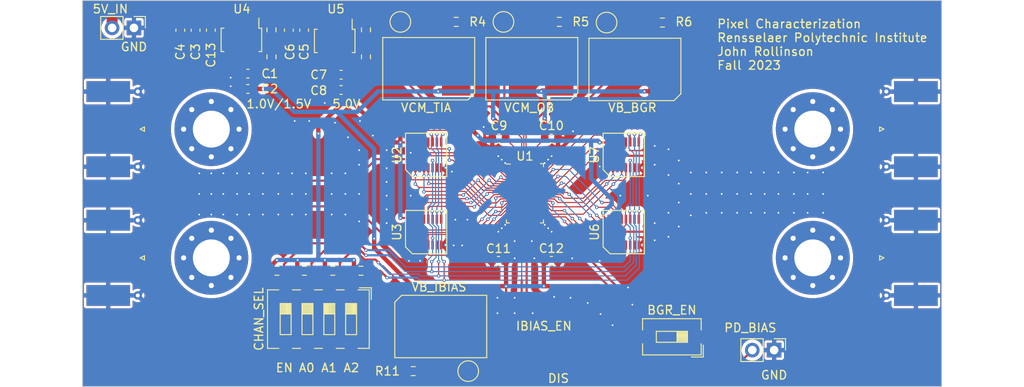
<source format=kicad_pcb>
(kicad_pcb (version 20221018) (generator pcbnew)
  (layers (0 "F.Cu" signal) (31 "B.Cu" signal) (34 "B.Paste" user) (35 "F.Paste" user) (36 "B.SilkS" user "B.Silkscreen") (37 "F.SilkS" user "F.Silkscreen") (38 "B.Mask" user) (39 "F.Mask" user) (44 "Edge.Cuts" user))
  (net 0 "")
  (net 1 "+1V0")
  (net 2 "GND")
  (net 3 "VDD")
  (net 4 "+5V")
  (net 5 "Net-(J1-In)")
  (net 6 "Net-(J2-In)")
  (net 7 "Net-(J3-In)")
  (net 8 "Net-(J4-In)")
  (net 9 "/EN")
  (net 10 "/A0")
  (net 11 "/A1")
  (net 12 "Net-(R4-Pad1)")
  (net 13 "Net-(R5-Pad1)")
  (net 14 "Net-(R6-Pad1)")
  (net 15 "Net-(R11-Pad1)")
  (net 16 "/VCM_TIA")
  (net 17 "/VCM_OB")
  (net 18 "/VB_BGR")
  (net 19 "/VB_IBIAS")
  (net 20 "Net-(SW4-B)")
  (net 21 "Net-(U1-VA_BGR)")
  (net 24 "Net-(U5-ADJ)")
  (net 25 "Net-(U4-ADJ)")
  (net 26 "/PD_BIAS")
  (net 27 "/A2")
  (net 28 "Net-(U1-VP8)")
  (net 29 "Net-(U1-VN8)")
  (net 30 "Net-(U1-VP9)")
  (net 31 "Net-(U1-VN9)")
  (net 32 "Net-(U1-VP10)")
  (net 33 "Net-(U1-VN10)")
  (net 34 "Net-(U1-VP11)")
  (net 35 "Net-(U1-VN11)")
  (net 36 "Net-(U1-VP12)")
  (net 37 "Net-(U1-VN12)")
  (net 38 "Net-(U1-VP13)")
  (net 39 "Net-(U1-VN13)")
  (net 40 "Net-(U1-VP14)")
  (net 41 "Net-(U1-VN14)")
  (net 42 "Net-(U1-VP15)")
  (net 43 "Net-(U1-VN15)")
  (net 44 "Net-(U1-VN7)")
  (net 45 "Net-(U1-VP7)")
  (net 46 "Net-(U1-VN6)")
  (net 47 "Net-(U1-VP6)")
  (net 48 "Net-(U1-VN5)")
  (net 49 "Net-(U1-VP5)")
  (net 50 "Net-(U1-VN4)")
  (net 51 "Net-(U1-VP4)")
  (net 52 "Net-(U1-VN3)")
  (net 53 "Net-(U1-VP3)")
  (net 54 "Net-(U1-VN2)")
  (net 55 "Net-(U1-VP2)")
  (net 56 "Net-(U1-VN1)")
  (net 57 "Net-(U1-VP1)")
  (net 58 "Net-(U1-VN0)")
  (net 59 "Net-(U1-VP0)")
  (footprint "custom_footprints:nidec_spdt_jhook" (layer "F.Cu") (at 118.7 106.15)
    (fp_text reference "SW4" hide)
    (fp_text value "IBIAS_EN")
  )
  (footprint "Resistor_SMD:R_0603_1608Metric" (layer "F.Cu") (at 132.5 67.58)
    (fp_text reference "R6")
    (fp_text value "10K")
  )
  (footprint "TestPoint:TestPoint_Pad_D2.0mm" (layer "F.Cu") (at 102 67.5)
    (fp_text reference "TP1" hide)
    (fp_text value "VCM_TIA")
  )
  (footprint "Package_TO_SOT_SMD:SOT-89-5" (layer "F.Cu") (at 83.5 69.596 -90)
    (fp_text reference "U4")
    (fp_text value "~")
  )
  (footprint "Connector_Coaxial:SMA_Molex_73251-1153_EdgeMount_Horizontal" (layer "F.Cu") (at 160.28 80 180)
    (fp_text reference "J3" hide)
    (fp_text value "Conn_Coaxial" hide)
  )
  (footprint "MountingHole:MountingHole_4.3mm_M4_Pad_Via" (layer "F.Cu") (at 150 80)
    (fp_text reference "REF**" hide)
    (fp_text value "MountingHole_4.3mm_M4_Pad_Via" hide)
  )
  (footprint "Connector_PinHeader_2.54mm:PinHeader_1x02_P2.54mm_Vertical" (layer "F.Cu") (at 145.5 105.75 -90)
    (fp_text reference "J5" hide)
    (fp_text value "PD_BIAS")
  )
  (footprint "Resistor_SMD:R_0603_1608Metric" (layer "F.Cu") (at 90.833 96.5)
    (fp_text reference "R2" hide)
    (fp_text value "100K" hide)
  )
  (footprint "Capacitor_SMD:C_0603_1608Metric" (layer "F.Cu") (at 84.249 73.533 180)
    (fp_text reference "C1")
    (fp_text value "10u")
  )
  (footprint "custom_footprints:bourns_3361P" (layer "F.Cu") (at 105.3 72.96 90)
    (fp_text reference "RV1" hide)
    (fp_text value "100K")
  )
  (footprint "Resistor_SMD:R_0603_1608Metric" (layer "F.Cu") (at 87.635 96.5)
    (fp_text reference "R1" hide)
    (fp_text value "100K" hide)
  )
  (footprint "custom_footprints:bourns_3361P" (layer "F.Cu") (at 129.3 73.04 90)
    (fp_text reference "RV3" hide)
    (fp_text value "100K")
  )
  (footprint "Resistor_SMD:R_0603_1608Metric" (layer "F.Cu") (at 98 71.575 90)
    (fp_text reference "R8" hide)
    (fp_text value "4K")
  )
  (footprint "Capacitor_SMD:C_0603_1608Metric" (layer "F.Cu") (at 76.388 68.466 -90)
    (fp_text reference "C4")
    (fp_text value "1u")
  )
  (footprint "Resistor_SMD:R_0603_1608Metric" (layer "F.Cu") (at 98 68.425 90)
    (fp_text reference "R9" hide)
    (fp_text value "1K")
  )
  (footprint "Resistor_SMD:R_0603_1608Metric" (layer "F.Cu") (at 97.425 96.5)
    (fp_text reference "R7" hide)
    (fp_text value "100K" hide)
  )
  (footprint "custom_footprints:bourns_3361P" (layer "F.Cu") (at 106.7 103 -90)
    (fp_text reference "RV8" hide)
    (fp_text value "100K")
  )
  (footprint "custom_footprints:sot-23-thin-16" (layer "F.Cu") (at 128 83)
    (fp_text reference "U7")
    (fp_text value "TMUX1308")
  )
  (footprint "Capacitor_SMD:C_0603_1608Metric" (layer "F.Cu") (at 78.166 68.466 -90)
    (fp_text reference "C3")
    (fp_text value "10u")
  )
  (footprint "Capacitor_SMD:C_0603_1608Metric" (layer "F.Cu") (at 84.249 75.311 180)
    (fp_text reference "C2")
    (fp_text value "1u")
  )
  (footprint "TestPoint:TestPoint_Pad_D2.0mm" (layer "F.Cu") (at 114 67.5)
    (fp_text reference "TP2" hide)
    (fp_text value "VCM_OB")
  )
  (footprint "Capacitor_SMD:C_0603_1608Metric" (layer "F.Cu") (at 90.803 68.466 -90)
    (fp_text reference "C5")
    (fp_text value "10u")
  )
  (footprint "TestPoint:TestPoint_Pad_D2.0mm" (layer "F.Cu") (at 126 67.58)
    (fp_text reference "TP4" hide)
    (fp_text value "VB_BGR")
  )
  (footprint "Capacitor_SMD:C_0603_1608Metric" (layer "F.Cu") (at 119.575 81.1)
    (fp_text reference "C10")
    (fp_text value "10u")
  )
  (footprint "Resistor_SMD:R_0603_1608Metric" (layer "F.Cu") (at 87 68.425 90)
    (fp_text reference "R10" hide)
    (fp_text value "2K")
  )
  (footprint "Capacitor_SMD:C_0603_1608Metric" (layer "F.Cu") (at 95.108 75.438 180)
    (fp_text reference "C8")
    (fp_text value "1u")
  )
  (footprint "Resistor_SMD:R_0603_1608Metric" (layer "F.Cu") (at 108.5 67.5)
    (fp_text reference "R4")
    (fp_text value "10K")
  )
  (footprint "Capacitor_SMD:C_0603_1608Metric" (layer "F.Cu") (at 89.025 68.466 -90)
    (fp_text reference "C6")
    (fp_text value "1u")
  )
  (footprint "custom_footprints:sot-23-thin-16" (layer "F.Cu") (at 128 92)
    (fp_text reference "U6")
    (fp_text value "TMUX1308")
  )
  (footprint "Resistor_SMD:R_0603_1608Metric" (layer "F.Cu") (at 94.135 96.5)
    (fp_text reference "R3" hide)
    (fp_text value "100K" hide)
  )
  (footprint "Resistor_SMD:R_0603_1608Metric" (layer "F.Cu") (at 87 71.575 90)
    (fp_text reference "R12" hide)
    (fp_text value "1K")
  )
  (footprint "Capacitor_SMD:C_0603_1608Metric" (layer "F.Cu") (at 95.108 73.66 180)
    (fp_text reference "C7")
    (fp_text value "10u")
  )
  (footprint "Connector_PinHeader_2.54mm:PinHeader_1x02_P2.54mm_Vertical" (layer "F.Cu") (at 70.993 68.199 -90)
    (fp_text reference "J6" hide)
    (fp_text value "5V_IN")
  )
  (footprint "Resistor_SMD:R_0603_1608Metric" (layer "F.Cu") (at 120.5 67.5)
    (fp_text reference "R5")
    (fp_text value "10K")
  )
  (footprint "TestPoint:TestPoint_Pad_D2.0mm" (layer "F.Cu") (at 109.9 108.2)
    (fp_text reference "TP3" hide)
    (fp_text value "VB_IBIAS")
  )
  (footprint "Button_Switch_SMD:SW_DIP_SPSTx01_Slide_6.7x4.1mm_W6.73mm_P2.54mm_LowProfile_JPin" (layer "F.Cu") (at 133.6 104.2 180)
    (fp_text reference "SW2" hide)
    (fp_text value "BGR_EN")
  )
  (footprint "custom_footprints:bourns_3361P" (layer "F.Cu") (at 117.3 72.96 90)
    (fp_text reference "RV2" hide)
    (fp_text value "100K")
  )
  (footprint "Package_TO_SOT_SMD:SOT-89-5" (layer "F.Cu") (at 94.359 69.723 -90)
    (fp_text reference "U5")
    (fp_text value "~")
  )
  (footprint "Capacitor_SMD:C_0603_1608Metric" (layer "F.Cu") (at 113.425 95.35)
    (fp_text reference "C11")
    (fp_text value "10u")
  )
  (footprint "MountingHole:MountingHole_4.3mm_M4_Pad_Via" (layer "F.Cu") (at 150 95)
    (fp_text reference "REF**" hide)
    (fp_text value "MountingHole_4.3mm_M4_Pad_Via" hide)
  )
  (footprint "custom_footprints:sot-23-thin-16" (layer "F.Cu") (at 105 92)
    (fp_text reference "U3")
    (fp_text value "TMUX1308")
  )
  (footprint "Connector_Coaxial:SMA_Molex_73251-1153_EdgeMount_Horizontal" (layer "F.Cu") (at 69.72 80)
    (fp_text reference "J1" hide)
    (fp_text value "Conn_Coaxial" hide)
  )
  (footprint "MountingHole:MountingHole_4.3mm_M4_Pad_Via" (layer "F.Cu") (at 80 80)
    (fp_text reference "REF**" hide)
    (fp_text value "MountingHole_4.3mm_M4_Pad_Via" hide)
  )
  (footprint "MountingHole:MountingHole_4.3mm_M4_Pad_Via" (layer "F.Cu") (at 80 95)
    (fp_text reference "REF**" hide)
    (fp_text value "MountingHole_4.3mm_M4_Pad_Via" hide)
  )
  (footprint "Capacitor_SMD:C_0603_1608Metric" (layer "F.Cu") (at 79.944 68.466 -90)
    (fp_text reference "C13")
    (fp_text value "47u")
  )
  (footprint "custom_footprints:pixel_bondpad" (layer "F.Cu") (at 116.5 87.5)
    (fp_text reference "U1")
    (fp_text value "PIXEL_CHIP")
  )
  (footprint "Connector_Coaxial:SMA_Molex_73251-1153_EdgeMount_Horizontal" (layer "F.Cu") (at 160.28 95 180)
    (fp_text reference "J4" hide)
    (fp_text value "Conn_Coaxial" hide)
  )
  (footprint "Button_Switch_SMD:SW_DIP_SPSTx04_Slide_6.7x11.72mm_W6.73mm_P2.54mm_LowProfile_JPin" (layer "F.Cu") (at 92.46 102.135 -90)
    (fp_text reference "SW1" hide)
    (fp_text value "CHAN_SEL")
  )
  (footprint "Resistor_SMD:R_0603_1608Metric" (layer "F.Cu") (at 103.5 108.2)
    (fp_text reference "R11")
    (fp_text value "10K")
  )
  (footprint "custom_footprints:sot-23-thin-16" (layer "F.Cu") (at 105 83)
    (fp_text reference "U2")
    (fp_text value "TMUX1308")
  )
  (footprint "Capacitor_SMD:C_0603_1608Metric" (layer "F.Cu") (at 119.575 95.35 180)
    (fp_text reference "C12")
    (fp_text value "10u")
  )
  (footprint "Connector_Coaxial:SMA_Molex_73251-1153_EdgeMount_Horizontal" (layer "F.Cu") (at 69.72 95)
    (fp_text reference "J2" hide)
    (fp_text value "Conn_Coaxial" hide)
  )
  (footprint "Capacitor_SMD:C_0603_1608Metric" (layer "F.Cu") (at 113.475 81.1 180)
    (fp_text reference "C9")
    (fp_text value "10u")
  )
  (gr_rect (start 65 65) (end 165 110) (stroke (width 0.1)) (fill none) (layer "Edge.Cuts"))
  (gr_text "GND" (at 145.5 109.25) (layer "F.SilkS") (effects (font (size 1 1)) (justify bottom)))
  (gr_text "5.0V" (at 94 77.65) (layer "F.SilkS") (effects (font (size 1 1)) (justify left bottom)))
  (gr_text "EN" (at 88.5 108.4) (layer "F.SilkS") (effects (font (size 1 1)) (justify bottom)))
  (gr_text "A2" (at 96.3 108.4) (layer "F.SilkS") (effects (font (size 1 1)) (justify bottom)))
  (gr_text "A0" (at 91.1 108.4) (layer "F.SilkS") (effects (font (size 1 1)) (justify bottom)))
  (gr_text "1.0V/1.5V" (at 84 77.65) (layer "F.SilkS") (effects (font (size 1 1)) (justify left bottom)))
  (gr_text "A1" (at 93.7 108.4) (layer "F.SilkS") (effects (font (size 1 1)) (justify bottom)))
  (gr_text "DIS" (at 120.4 109.05) (layer "F.SilkS") (effects (font (size 1 1))))
  (gr_text "Pixel Characterization\nRensselaer Polytechnic Institute\nJohn Rollinson\nFall 2023" (at 138.8 67.15) (layer "F.SilkS") (effects (font (size 1 1)) (justify left top)))
  (gr_text "GND" (at 71 71) (layer "F.SilkS") (effects (font (size 1 1)) (justify bottom)))
  (segment (start 108.5 75.5) (end 106.5 75.5) (width 0.508) (layer "F.Cu") (net 1))
  (segment (start 114.3 98.3) (end 114.3 102.55) (width 0.254) (layer "F.Cu") (net 1))
  (segment (start 115.865 84.96) (end 115.865 82.715) (width 0.127) (layer "F.Cu") (net 1))
  (segment (start 114.3 102.55) (end 119.05 107.3) (width 0.254) (layer "F.Cu") (net 1))
  (segment (start 118.8 78.75) (end 118.8 81.1) (width 0.508) (layer "F.Cu") (net 1))
  (segment (start 85.024 75.311) (end 85.024 71.47) (width 0.508) (layer "F.Cu") (net 1))
  (segment (start 106.5 75.5) (end 106.4 75.6) (width 0.508) (layer "F.Cu") (net 1))
  (segment (start 114.2 92.8) (end 115.865 91.135) (width 0.127) (layer "F.Cu") (net 1))
  (segment (start 118.7 95.45) (end 118.8 95.35) (width 0.508) (layer "F.Cu") (net 1))
  (segment (start 112.8 78.75) (end 114.25 80.2) (width 0.508) (layer "F.Cu") (net 1))
  (segment (start 116.881 91.381) (end 116.881 90.04) (width 0.127) (layer "F.Cu") (net 1))
  (segment (start 130.42 75.58) (end 130.4 75.6) (width 0.508) (layer "F.Cu") (net 1))
  (segment (start 98.95 92.75) (end 98.95 93.85) (width 0.508) (layer "F.Cu") (net 1))
  (segment (start 118.7 98.3) (end 118.7 95.45) (width 0.508) (layer "F.Cu") (net 1))
  (segment (start 118.8 95.35) (end 118.8 93.3) (width 0.127) (layer "F.Cu") (net 1))
  (segment (start 130.235 104.2) (end 130.235 103.385) (width 0.508) (layer "F.Cu") (net 1))
  (segment (start 114.25 80.2) (end 114.25 81.1) (width 0.508) (layer "F.Cu") (net 1))
  (segment (start 117.135 82.765) (end 118.8 81.1) (width 0.127) (layer "F.Cu") (net 1))
  (segment (start 132.5 75.58) (end 130.42 75.58) (width 0.508) (layer "F.Cu") (net 1))
  (segment (start 130.235 103.385) (end 125.15 98.3) (width 0.508) (layer "F.Cu") (net 1))
  (segment (start 119.05 107.3) (end 120.45 107.3) (width 0.254) (layer "F.Cu") (net 1))
  (segment (start 87 72.4) (end 86.302 72.4) (width 0.254) (layer "F.Cu") (net 1))
  (segment (start 118.5 75.5) (end 118.4 75.6) (width 0.508) (layer "F.Cu") (net 1))
  (segment (start 114.3 98.3) (end 114.3 95.45) (width 0.508) (layer "F.Cu") (net 1))
  (segment (start 85.348 71.446) (end 85 71.446) (width 0.254) (layer "F.Cu") (net 1))
  (segment (start 85.024 71.47) (end 85 71.446) (width 0.508) (layer "F.Cu") (net 1))
  (segment (start 86.302 72.4) (end 85.348 71.446) (width 0.254) (layer "F.Cu") (net 1))
  (segment (start 120.5 75.5) (end 118.5 75.5) (width 0.508) (layer "F.Cu") (net 1))
  (segment (start 86 75.311) (end 85.024 75.311) (width 0.508) (layer "F.Cu") (net 1))
  (segment (start 118.8 93.3) (end 116.881 91.381) (width 0.127) (layer "F.Cu") (net 1))
  (segment (start 114.3 98.3) (end 103.5 98.3) (width 0.508) (layer "F.Cu") (net 1))
  (segment (start 115.865 91.135) (end 115.865 90.04) (width 0.127) (layer "F.Cu") (net 1))
  (segment (start 125.15 98.3) (end 118.7 98.3) (width 0.508) (layer "F.Cu") (net 1))
  (segment (start 115.865 82.715) (end 114.25 81.1) (width 0.127) (layer "F.Cu") (net 1))
  (segment (start 114.2 95.35) (end 114.2 92.8) (width 0.127) (layer "F.Cu") (net 1))
  (segment (start 103.5 100.46) (end 103.5 98.3) (width 0.508) (layer "F.Cu") (net 1))
  (segment (start 103.4 98.3) (end 103.5 98.3) (width 0.508) (layer "F.Cu") (net 1))
  (segment (start 117.135 84.96) (end 117.135 82.765) (width 0.127) (layer "F.Cu") (net 1))
  (segment (start 114.3 95.45) (end 114.2 95.35) (width 0.508) (layer "F.Cu") (net 1))
  (segment (start 98.95 93.85) (end 103.4 98.3) (width 0.508) (layer "F.Cu") (net 1))
  (via (at 114.3 98.3) (size 0.4) (drill 0.2) (layers "F.Cu" "B.Cu") (net 1))
  (via (at 130.4 75.6) (size 0.4) (drill 0.2) (layers "F.Cu" "B.Cu") (net 1))
  (via (at 98.95 92.75) (size 0.4) (drill 0.2) (layers "F.Cu" "B.Cu") (net 1))
  (via (at 106.4 75.6) (size 0.4) (drill 0.2) (layers "F.Cu" "B.Cu") (net 1))
  (via (at 118.4 75.6) (size 0.4) (drill 0.2) (layers "F.Cu" "B.Cu") (net 1))
  (via (at 112.8 78.75) (size 0.4) (drill 0.2) (layers "F.Cu" "B.Cu") (net 1))
  (via (at 118.7 98.3) (size 0.4) (drill 0.2) (layers "F.Cu" "B.Cu") (net 1))
  (via (at 86 75.311) (size 0.4) (drill 0.2) (layers "F.Cu" "B.Cu") (net 1))
  (via (at 118.8 78.75) (size 0.4) (drill 0.2) (layers "F.Cu" "B.Cu") (net 1))
  (segment (start 99.4 75.6) (end 97.022 77.978) (width 0.508) (layer "B.Cu") (net 1))
  (segment (start 113.3 75.6) (end 106.4 75.6) (width 0.508) (layer "B.Cu") (net 1))
  (segment (start 106.4 75.6) (end 99.4 75.6) (width 0.508) (layer "B.Cu") (net 1))
  (segment (start 118.8 75.6) (end 118.1 75.6) (width 0.508) (layer "B.Cu") (net 1))
  (segment (start 98.95 82.313) (end 94.615 77.978) (width 0.508) (layer "B.Cu") (net 1))
  (segment (start 97.022 77.978) (end 94.615 77.978) (width 0.508) (layer "B.Cu") (net 1))
  (segment (start 89.662 77.978) (end 94.615 77.978) (width 0.508) (layer "B.Cu") (net 1))
  (segment (start 112.8 78.75) (end 112.8 75.6) (width 0.508) (layer "B.Cu") (net 1))
  (segment (start 118.7 98.3) (end 114.3 98.3) (width 0.508) (layer "B.Cu") (net 1))
  (segment (start 86 75.311) (end 86.995 75.311) (width 0.508) (layer "B.Cu") (net 1))
  (segment (start 118.1 75.6) (end 113.3 75.6) (width 0.508) (layer "B.Cu") (net 1))
  (segment (start 86.995 75.311) (end 89.662 77.978) (width 0.508) (layer "B.Cu") (net 1))
  (segment (start 130.4 75.6) (end 118.4 75.6) (width 0.508) (layer "B.Cu") (net 1))
  (segment (start 112.8 75.6) (end 113.3 75.6) (width 0.508) (layer "B.Cu") (net 1))
  (segment (start 98.95 92.75) (end 98.95 82.313) (width 0.508) (layer "B.Cu") (net 1))
  (segment (start 118.8 78.75) (end 118.8 75.6) (width 0.508) (layer "B.Cu") (net 1))
  (segment (start 118.4 75.6) (end 118.1 75.6) (width 0.508) (layer "B.Cu") (net 1))
  (segment (start 114.2 91.1) (end 114.2 91.15) (width 0.127) (layer "F.Cu") (net 2))
  (segment (start 94.333 75.438) (end 94.333 69.749) (width 0.508) (layer "F.Cu") (net 2))
  (segment (start 114.15 91.15) (end 114.05 91.25) (width 0.127) (layer "F.Cu") (net 2))
  (segment (start 117.74 84.96) (end 117.389 84.96) (width 0.127) (layer "F.Cu") (net 2))
  (segment (start 115.611 90.04) (end 115.611 88.389) (width 0.127) (layer "F.Cu") (net 2))
  (segment (start 83.474 75.311) (end 83.5 75.285) (width 0.508) (layer "F.Cu") (net 2))
  (segment (start 117.389 86.611) (end 116.5 87.5) (width 0.127) (layer "F.Cu") (net 2))
  (segment (start 118.8 91.1) (end 118.8 91.15) (width 0.127) (layer "F.Cu") (net 2))
  (segment (start 114.2 83.95) (end 114.25 83.95) (width 0.127) (layer "F.Cu") (net 2))
  (segment (start 114.25 83.95) (end 115.26 84.96) (width 0.127) (layer "F.Cu") (net 2))
  (segment (start 106.75 93.5) (end 107.25 93.5) (width 0.254) (layer "F.Cu") (net 2))
  (segment (start 118.85 91.15) (end 118.9 91.2) (width 0.127) (layer "F.Cu") (net 2))
  (segment (start 117.389 88.389) (end 116.5 87.5) (width 0.127) (layer "F.Cu") (net 2))
  (segment (start 116.881 87.119) (end 116.5 87.5) (width 0.127) (layer "F.Cu") (net 2))
  (segment (start 106.75 84.5) (end 107.25 84.5) (width 0.254) (layer "F.Cu") (net 2))
  (segment (start 87 67.6) (end 87.334887 67.6) (width 0.254) (layer "F.Cu") (net 2))
  (segment (start 114.05 83.75) (end 114.2 83.9) (width 0.127) (layer "F.Cu") (net 2))
  (segment (start 118.8 91.15) (end 118.85 91.15) (width 0.127) (layer "F.Cu") (net 2))
  (segment (start 118.9 83.8) (end 118.8 83.9) (width 0.127) (layer "F.Cu") (net 2))
  (segment (start 115.26 84.96) (end 115.611 84.96) (width 0.127) (layer "F.Cu") (net 2))
  (segment (start 88.975887 69.241) (end 89.025 69.241) (width 0.254) (layer "F.Cu") (net 2))
  (segment (start 118.75 83.95) (end 117.74 84.96) (width 0.127) (layer "F.Cu") (net 2))
  (segment (start 94.333 69.749) (end 94.359 69.723) (width 0.508) (layer "F.Cu") (net 2))
  (segment (start 83.5 75.285) (end 83.5 69.596) (width 0.508) (layer "F.Cu") (net 2))
  (segment (start 117.389 90.04) (end 117.389 88.389) (width 0.127) (layer "F.Cu") (net 2))
  (segment (start 89.025 69.241) (end 90.803 69.241) (width 0.254) (layer "F.Cu") (net 2))
  (segment (start 115.26 90.04) (end 114.2 91.1) (width 0.127) (layer "F.Cu") (net 2))
  (segment (start 115.611 84.96) (end 115.611 86.611) (width 0.127) (layer "F.Cu") (net 2))
  (segment (start 115.611 86.611) (end 116.5 87.5) (width 0.127) (layer "F.Cu") (net 2))
  (segment (start 115.611 88.389) (end 116.5 87.5) (width 0.127) (layer "F.Cu") (net 2))
  (segment (start 87.334887 67.6) (end 88.975887 69.241) (width 0.254) (layer "F.Cu") (net 2))
  (segment (start 118.8 83.9) (end 118.8 83.95) (width 0.127) (layer "F.Cu") (net 2))
  (segment (start 117.389 84.96) (end 117.389 86.611) (width 0.127) (layer "F.Cu") (net 2))
  (segment (start 114.2 83.9) (end 114.2 83.95) (width 0.127) (layer "F.Cu") (net 2))
  (segment (start 115.611 90.04) (end 115.26 90.04) (width 0.127) (layer "F.Cu") (net 2))
  (segment (start 118.8 83.95) (end 118.75 83.95) (width 0.127) (layer "F.Cu") (net 2))
  (segment (start 117.389 90.04) (end 117.74 90.04) (width 0.127) (layer "F.Cu") (net 2))
  (segment (start 117.74 90.04) (end 118.8 91.1) (width 0.127) (layer "F.Cu") (net 2))
  (segment (start 114.2 91.15) (end 114.15 91.15) (width 0.127) (layer "F.Cu") (net 2))
  (segment (start 116.881 84.96) (end 116.881 87.119) (width 0.127) (layer "F.Cu") (net 2))
  (via (at 118.8 83.95) (size 0.4) (drill 0.2) (layers "F.Cu" "B.Cu") (net 2))
  (via (at 119.2 91.55) (size 0.4) (drill 0.2) (layers "F.Cu" "B.Cu") (net 2))
  (via (at 133.2 85.35) (size 0.4) (drill 0.2) (layers "F.Cu" "B.Cu") (net 2))
  (via (at 128.5 98.45) (size 0.4) (drill 0.2) (layers "F.Cu" "B.Cu") (net 2))
  (via (at 108.2 93.55) (size 0.4) (drill 0.2) (layers "F.Cu" "B.Cu") (net 2))
  (via (at 149.4 85.05) (size 0.4) (drill 0.2) (layers "F.Cu" "B.Cu") (net 2))
  (via (at 111.7 79.75) (size 0.4) (drill 0.2) (layers "F.Cu" "B.Cu") (net 2))
  (via (at 144.3 85.05) (size 0.4) (drill 0.2) (layers "F.Cu" "B.Cu") (net 2))
  (via (at 134.4 86.35) (size 0.4) (drill 0.2) (layers "F.Cu" "B.Cu") (net 2))
  (via (at 87.8 85.15) (size 0.4) (drill 0.2) (layers "F.Cu" "B.Cu") (net 2))
  (via (at 119.6 91.95) (size 0.4) (drill 0.2) (layers "F.Cu" "B.Cu") (net 2))
  (via (at 97.2 82.45) (size 0.4) (drill 0.2) (layers "F.Cu" "B.Cu") (net 2))
  (via (at 137.6 87.55) (size 0.4) (drill 0.2) (layers "F.Cu" "B.Cu") (net 2))
  (via (at 113.4 91.95) (size 0.4) (drill 0.2) (layers "F.Cu" "B.Cu") (net 2))
  (via (at 91 89.95) (size 0.4) (drill 0.2) (layers "F.Cu" "B.Cu") (net 2))
  (via (at 125.2 95.35) (size 0.4) (drill 0.2) (layers "F.Cu" "B.Cu") (net 2))
  (via (at 113.3 101.45) (size 0.4) (drill 0.2) (layers "F.Cu" "B.Cu") (net 2))
  (via (at 117.3 93.05) (size 0.4) (drill 0.2) (layers "F.Cu" "B.Cu") (net 2))
  (via (at 89.7 79.05) (size 0.4) (drill 0.2) (layers "F.Cu" "B.Cu") (net 2))
  (via (at 100.4 89.35) (size 0.4) (drill 0.2) (layers "F.Cu" "B.Cu") (net 2))
  (via (at 78.6 87.55) (size 0.4) (drill 0.2) (layers "F.Cu" "B.Cu") (net 2))
  (via (at 100.4 84.55) (size 0.4) (drill 0.2) (layers "F.Cu" "B.Cu") (net 2))
  (via (at 123.8 100.25) (size 0.4) (drill 0.2) (layers "F.Cu" "B.Cu") (net 2))
  (via (at 122 95.05) (size 0.4) (drill 0.2) (layers "F.Cu" "B.Cu") (net 2))
  (via (at 131.6 81.95) (size 0.4) (drill 0.2) (layers "F.Cu" "B.Cu") (net 2))
  (via (at 97.2 87.55) (size 0.4) (drill 0.2) (layers "F.Cu" "B.Cu") (net 2))
  (via (at 89.4 85.15) (size 0.4) (drill 0.2) (layers "F.Cu" "B.Cu") (net 2))
  (via (at 83 85.15) (size 0.4) (drill 0.2) (layers "F.Cu" "B.Cu") (net 2))
  (via (at 95.9 80.95) (size 0.4) (drill 0.2) (layers "F.Cu" "B.Cu") (net 2))
  (via (at 91.4 79.05) (size 0.4) (drill 0.2) (layers "F.Cu" "B.Cu") (net 2))
  (via (at 95.6 89.95) (size 0.4) (drill 0.2) (layers "F.Cu" "B.Cu") (net 2))
  (via (at 146 85.05) (size 0.4) (drill 0.2) (layers "F.Cu" "B.Cu") (net 2))
  (via (at 141.2 89.75) (size 0.4) (drill 0.2) (layers "F.Cu" "B.Cu") (net 2))
  (via (at 109.2 93.55) (size 0.4) (drill 0.2) (layers "F.Cu" "B.Cu") (net 2))
  (via (at 135.8 90.05) (size 0.4) (drill 0.2) (layers "F.Cu" "B.Cu") (net 2))
  (via (at 83 89.95) (size 0.4) (drill 0.2) (layers "F.Cu" "B.Cu") (net 2))
  (via (at 131.6 92.95) (size 0.4) (drill 0.2) (layers "F.Cu" "B.Cu") (net 2))
  (via (at 84.4 89.95) (size 0.4) (drill 0.2) (layers "F.Cu" "B.Cu") (net 2))
  (via (at 108 84.95) (size 0.4) (drill 0.2) (layers "F.Cu" "B.Cu") (net 2))
  (via (at 87.8 87.55) (size 0.4) (drill 0.2) (layers "F.Cu" "B.Cu") (net 2))
  (via (at 103.2 82.75) (size 0.4) (drill 0.2) (layers "F.Cu" "B.Cu") (net 2))
  (via (at 100.4 87.75) (size 0.4) (drill 0.2) (layers "F.Cu" "B.Cu") (net 2))
  (via (at 100.4 90.95) (size 0.4) (drill 0.2) (layers "F.Cu" "B.Cu") (net 2))
  (via (at 125.3 101.55) (size 0.4) (drill 0.2) (layers "F.Cu" "B.Cu") (net 2))
  (via (at 103.2 87.75) (size 0.4) (drill 0.2) (layers "F.Cu" "B.Cu") (net 2))
  (via (at 147.8 85.05) (size 0.4) (drill 0.2) (layers "F.Cu" "B.Cu") (net 2))
  (via (at 142.8 89.75) (size 0.4) (drill 0.2) (layers "F.Cu" "B.Cu") (net 2))
  (via (at 81.4 85.15) (size 0.4) (drill 0.2) (layers "F.Cu" "B.Cu") (net 2))
  (via (at 114.2 83.95) (size 0.4) (drill 0.2) (layers "F.Cu" "B.Cu") (net 2))
  (via (at 100.4 86.15) (size 0.4) (drill 0.2) (layers "F.Cu" "B.Cu") (net 2))
  (via (at 80 89.95) (size 0.4) (drill 0.2) (layers "F.Cu" "B.Cu") (net 2))
  (via (at 144.4 89.75) (size 0.4) (drill 0.2) (layers "F.Cu" "B.Cu") (net 2))
  (via (at 122.1 80.25) (size 0.4) (drill 0.2) (layers "F.Cu" "B.Cu") (net 2))
  (via (at 130.8 87.75) (size 0.4) (drill 0.2) (layers "F.Cu" "B.Cu") (net 2))
  (via (at 94 89.95) (size 0.4) (drill 0.2) (layers "F.Cu" "B.Cu") (net 2))
  (via (at 141.2 85.05) (size 0.4) (drill 0.2) (layers "F.Cu" "B.Cu") (net 2))
  (via (at 149.4 89.75) (size 0.4) (drill 0.2) (layers "F.Cu" "B.Cu") (net 2))
  (via (at 97.2 90.75) (size 0.4) (drill 0.2) (layers "F.Cu" "B.Cu") (net 2))
  (via (at 94 87.55) (size 0.4) (drill 0.2) (layers "F.Cu" "B.Cu") (net 2))
  (via (at 107.25 93.5) (size 0.4) (drill 0.2) (layers "F.Cu" "B.Cu") (net 2))
  (via (at 115.3 99.65) (size 0.4) (drill 0.2) (layers "F.Cu" "B.Cu") (net 2))
  (via (at 98.8 80.75) (size 0.4) (drill 0.2) (layers "F.Cu" "B.Cu") (net 2))
  (via (at 86.75 74) (size 0.4) (drill 0.2) (layers "F.Cu" "B.Cu") (net 2))
  (via (at 89.4 89.95) (size 0.4) (drill 0.2) (layers "F.Cu" "B.Cu") (net 2))
  (via (at 118.8 91.15) (size 0.4) (drill 0.2) (layers "F.Cu" "B.Cu") (net 2))
  (via (at 81.4 87.55) (size 0.4) (drill 0.2) (layers "F.Cu" "B.Cu") (net 2))
  (via (at 137.6 85.05) (size 0.4) (drill 0.2) (layers "F.Cu" "B.Cu") (net 2))
  (via (at 87.8 89.95) (size 0.4) (drill 0.2) (layers "F.Cu" "B.Cu") (net 2))
  (via (at 107.25 84.5) (size 0.4) (drill 0.2) (layers "F.Cu" "B.Cu") (net 2))
  (via (at 113.8 83.55) (size 0.4) (drill 0.2) (layers "F.Cu" "B.Cu") (net 2))
  (via (at 133.2 92.55) (size 0.4) (drill 0.2) (layers "F.Cu" "B.Cu") (net 2))
  (via (at 91 85.15) (size 0.4) (drill 0.2) (layers "F.Cu" "B.Cu") (net 2))
  (via (at 141.2 87.55) (size 0.4) (drill 0.2) (layers "F.Cu" "B.Cu") (net 2))
  (via (at 91 87.55) (size 0.4) (drill 0.2) (layers "F.Cu" "B.Cu") (net 2))
  (via (at 121.8 99.65) (size 0.4) (drill 0.2) (layers "F.Cu" "B.Cu") (net 2))
  (via (at 113.3 99.65) (size 0.4) (drill 0.2) (layers "F.Cu" "B.Cu") (net 2))
  (via (at 119.2 83.55) (size 0.4) (drill 0.2) (layers "F.Cu" "B.Cu") (net 2))
  (via (at 84.4 87.55) (size 0.4) (drill 0.2) (layers "F.Cu" "B.Cu") (net 2))
  (via (at 139.4 89.75) (size 0.4) (drill 0.2) (layers "F.Cu" "B.Cu") (net 2))
  (via (at 133.5 100.55) (size 0.4) (drill 0.2) (layers "F.Cu" "B.Cu") (net 2))
  (via (at 104.3 95.35) (size 0.4) (drill 0.2) (layers "F.Cu" "B.Cu") (net 2))
  (via (at 146 89.75) (size 0.4) (drill 0.2) (layers "F.Cu" "B.Cu") (net 2))
  (via (at 81.4 89.95) (size 0.4) (drill 0.2) (layers "F.Cu" "B.Cu") (net 2))
  (via (at 134.4 83.65) (size 0.4) (drill 0.2) (layers "F.Cu" "B.Cu") (net 2))
  (via (at 131.6 84.15) (size 0.4) (drill 0.2) (layers "F.Cu" "B.Cu") (net 2))
  (via (at 115.3 101.45) (size 0.4) (drill 0.2) (layers "F.Cu" "B.Cu") (net 2))
  (via (at 108.4 90.55) (size 0.4) (drill 0.2) (layers "F.Cu" "B.Cu") (net 2))
  (via (at 117.6 95.05) (size 0.4) (drill 0.2) (layers "F.Cu" "B.Cu") (net 2))
  (via (at 133.2 89.75) (size 0.4) (drill 0.2) (layers "F.Cu" "B.Cu") (net 2))
  (via (at 119.9 99.55) (size 0.4) (drill 0.2) (layers "F.Cu" "B.Cu") (net 2))
  (via (at 142.8 85.05) (size 0.4) (drill 0.2) (layers "F.Cu" "B.Cu") (net 2))
  (via (at 82.25 74) (size 0.4) (drill 0.2) (layers "F.Cu" "B.Cu") (net 2))
  (via (at 131.6 90.95) (size 0.4) (drill 0.2) (layers "F.Cu" "B.Cu") (net 2))
  (via (at 144.4 87.55) (size 0.4) (drill 0.2) (layers "F.Cu" "B.Cu") (net 2))
  (via (at 151.2 85.05) (size 0.4) (drill 0.2) (layers "F.Cu" "B.Cu") (net 2))
  (via (at 151.2 87.55) (size 0.4) (drill 0.2) (layers "F.Cu" "B.Cu") (net 2))
  (via (at 80 87.55) (size 0.4) (drill 0.2) (layers "F.Cu" "B.Cu") (net 2))
  (via (at 78.6 85.15) (size 0.4) (drill 0.2) (layers "F.Cu" "B.Cu") (net 2))
  (via (at 127.6 87.75) (size 0.4) (drill 0.2) (layers "F.Cu" "B.Cu") (net 2))
  (via (at 109.8 90.55) (size 0.4) (drill 0.2) (layers "F.Cu" "B.Cu") (net 2))
  (via (at 80 85.15) (size 0.4) (drill 0.2) (layers "F.Cu" "B.Cu") (net 2))
  (via (at 134.4 88.55) (size 0.4) (drill 0.2) (layers "F.Cu" "B.Cu") (net 2))
  (via (at 97.3 79.05) (size 0.4) (drill 0.2) (layers "F.Cu" "B.Cu") (net 2))
  (via (at 149.4 87.55) (size 0.4) (drill 0.2) (layers "F.Cu" "B.Cu") (net 2))
  (via (at 147.8 89.75) (size 0.4) (drill 0.2) (layers "F.Cu" "B.Cu") (net 2))
  (via (at 93.2 76.95) (size 0.4) (drill 0.2) (layers "F.Cu" "B.Cu") (net 2))
  (via (at 151.2 89.75) (size 0.4) (drill 0.2) (layers "F.Cu" "B.Cu") (net 2))
  (via (at 114.2 91.15) (size 0.4) (drill 0.2) (layers "F.Cu" "B.Cu") (net 2))
  (via (at 125.2 84.35) (size 0.4) (drill 0.2) (layers "F.Cu" "B.Cu") (net 2))
  (via (at 147.8 87.55) (size 0.4) (drill 0.2) (layers "F.Cu" "B.Cu") (net 2))
  (via (at 137.6 89.75) (size 0.4) (drill 0.2) (layers "F.Cu" "B.Cu") (net 2))
  (via (at 94 85.15) (size 0.4) (drill 0.2) (layers "F.Cu" "B.Cu") (net 2))
  (via (at 129 100.45) (size 0.4) (drill 0.2) (layers "F.Cu" "B.Cu") (net 2))
  (via (at 117.4 101.45) (size 0.4) (drill 0.2) (layers "F.Cu" "B.Cu") (net 2))
  (via (at 94.4 79.25) (size 0.4) (drill 0.2) (layers "F.Cu" "B.Cu") (net 2))
  (via (at 113.8 91.55) (size 0.4) (drill 0.2) (layers "F.Cu" "B.Cu") (net 2))
  (via (at 135.8 87.55) (size 0.4) (drill 0.2) (layers "F.Cu" "B.Cu") (net 2))
  (via (at 97.2 84.15) (size 0.4) (drill 0.2) (layers "F.Cu" "B.Cu") (net 2))
  (via (at 86 89.95) (size 0.4) (drill 0.2) (layers "F.Cu" "B.Cu") (net 2))
  (via (at 83 87.55) (size 0.4) (drill 0.2) (layers "F.Cu" "B.Cu") (net 2))
  (via (at 89.4 87.55) (size 0.4) (drill 0.2) (layers "F.Cu" "B.Cu") (net 2))
  (via (at 146 87.55) (size 0.4) (drill 0.2) (layers "F.Cu" "B.Cu") (net 2))
  (via (at 78.6 89.95) (size 0.4) (drill 0.2) (layers "F.Cu" "B.Cu") (net 2))
  (via (at 115.3 93.05) (size 0.4) (drill 0.2) (layers "F.Cu" "B.Cu") (net 2))
  (via (at 86 87.55) (size 0.4) (drill 0.2) (layers "F.Cu" "B.Cu") (net 2))
  (via (at 126.7 102.85) (size 0.4) (drill 0.2) (layers "F.Cu" "B.Cu") (net 2))
  (via (at 113.4 83.15) (size 0.4) (drill 0.2) (layers "F.Cu" "B.Cu") (net 2))
  (via (at 115.3 95.05) (size 0.4) (drill 0.2) (layers "F.Cu" "B.Cu") (net 2))
  (via (at 135.8 85.05) (size 0.4) (drill 0.2) (layers "F.Cu" "B.Cu") (net 2))
  (via (at 119.6 83.15) (size 0.4) (drill 0.2) (layers "F.Cu" "B.Cu") (net 2))
  (via (at 95.6 85.15) (size 0.4) (drill 0.2) (layers "F.Cu" "B.Cu") (net 2))
  (via (at 86 85.15) (size 0.4) (drill 0.2) (layers "F.Cu" "B.Cu") (net 2))
  (via (at 139.4 85.05) (size 0.4) (drill 0.2) (layers "F.Cu" "B.Cu") (net 2))
  (via (at 100.4 82.45) (size 0.4) (drill 0.2) (layers "F.Cu" "B.Cu") (net 2))
  (via (at 134.4 91.35) (size 0.4) (drill 0.2) (layers "F.Cu" "B.Cu") (net 2))
  (via (at 103 95.35) (size 0.4) (drill 0.2) (layers "F.Cu" "B.Cu") (net 2))
  (via (at 91.4 76.95) (size 0.4) (drill 0.2) (layers "F.Cu" "B.Cu") (net 2))
  (via (at 133.2 82.35) (size 0.4) (drill 0.2) (layers "F.Cu" "B.Cu") (net 2))
  (via (at 82.25 75) (size 0.4) (drill 0.2) (layers "F.Cu" "B.Cu") (net 2))
  (via (at 84.4 85.15) (size 0.4) (drill 0.2) (layers "F.Cu" "B.Cu") (net 2))
  (via (at 139.4 87.55) (size 0.4) (drill 0.2) (layers "F.Cu" "B.Cu") (net 2))
  (via (at 95.6 87.55) (size 0.4) (drill 0.2) (layers "F.Cu" "B.Cu") (net 2))
  (via (at 142.8 87.55) (size 0.4) (drill 0.2) (layers "F.Cu" "B.Cu") (net 2))
  (segment (start 69.536919 65.913) (end 76.835 65.913) (width 1.27) (layer "F.Cu") (net 3))
  (segment (start 92.677 67.691) (end 92.859 67.873) (width 0.508) (layer "F.Cu") (net 3))
  (segment (start 76.388 67.691) (end 76.39 67.689) (width 0.508) (layer "F.Cu") (net 3))
  (segment (start 89.025 67.691) (end 90.803 67.691) (width 0.508) (layer "F.Cu") (net 3))
  (segment (start 68.453 68.199) (end 68.453 66.996919) (width 1.27) (layer "F.Cu") (net 3))
  (segment (start 76.388 67.691) (end 76.443 67.746) (width 0.508) (layer "F.Cu") (net 3))
  (segment (start 76.39 67.689) (end 76.39 65.913) (width 0.508) (layer "F.Cu") (net 3))
  (segment (start 82 67.746) (end 82 71.446) (width 0.508) (layer "F.Cu") (net 3))
  (segment (start 89.025 67.691) (end 89.025 66.038) (width 0.508) (layer "F.Cu") (net 3))
  (segment (start 76.835 65.913) (end 88.9 65.913) (width 1.27) (layer "F.Cu") (net 3))
  (segment (start 76.443 67.746) (end 82 67.746) (width 0.508) (layer "F.Cu") (net 3))
  (segment (start 68.453 66.996919) (end 69.536919 65.913) (width 1.27) (layer "F.Cu") (net 3))
  (segment (start 92.859 67.873) (end 92.859 71.573) (width 0.508) (layer "F.Cu") (net 3))
  (segment (start 89.025 66.038) (end 88.9 65.913) (width 0.508) (layer "F.Cu") (net 3))
  (segment (start 90.803 67.691) (end 92.677 67.691) (width 0.508) (layer "F.Cu") (net 3))
  (segment (start 103.1 90.35) (end 103.25 90.5) (width 0.254) (layer "F.Cu") (net 4))
  (segment (start 95.883 75.438) (end 95.883 76.325) (width 0.508) (layer "F.Cu") (net 4))
  (segment (start 126.2 81.55) (end 126.25 81.5) (width 0.254) (layer "F.Cu") (net 4))
  (segment (start 97.168 72.4) (end 96.341 71.573) (width 0.254) (layer "F.Cu") (net 4))
  (segment (start 95.883 76.325) (end 92.456 79.752) (width 0.508) (layer "F.Cu") (net 4))
  (segment (start 86.81 96.07) (end 87.63 95.25) (width 0.508) (layer "F.Cu") (net 4))
  (segment (start 109.6 79.35) (end 111 80.75) (width 0.508) (layer "F.Cu") (net 4))
  (segment (start 95.883 75.438) (end 95.885 75.438) (width 0.254) (layer "F.Cu") (net 4))
  (segment (start 95.885 75.438) (end 95.964 75.359) (width 0.254) (layer "F.Cu") (net 4))
  (segment (start 125.2 81.55) (end 126.2 81.55) (width 0.254) (layer "F.Cu") (net 4))
  (segment (start 86.81 96.5) (end 86.81 96.07) (width 0.508) (layer "F.Cu") (net 4))
  (segment (start 103.2 81.55) (end 103.25 81.5) (width 0.254) (layer "F.Cu") (net 4))
  (segment (start 93.218 95.25) (end 93.218 96.408) (width 0.508) (layer "F.Cu") (net 4))
  (segment (start 96.6 95.25) (end 96.6 96.5) (width 0.508) (layer "F.Cu") (net 4))
  (segment (start 93.218 96.408) (end 93.31 96.5) (width 0.508) (layer "F.Cu") (net 4))
  (segment (start 125.6 89.75) (end 125.6 90.15) (width 0.254) (layer "F.Cu") (net 4))
  (segment (start 96.341 71.573) (end 95.859 71.573) (width 0.254) (layer "F.Cu") (net 4))
  (segment (start 98 72.4) (end 97.168 72.4) (width 0.254) (layer "F.Cu") (net 4))
  (segment (start 102 90.35) (end 103.1 90.35) (width 0.254) (layer "F.Cu") (net 4))
  (segment (start 103 79.35) (end 109.6 79.35) (width 0.508) (layer "F.Cu") (net 4))
  (segment (start 95.883 71.597) (end 95.859 71.573) (width 0.508) (layer "F.Cu") (net 4))
  (segment (start 95.883 76.325) (end 101.108 81.55) (width 0.508) (layer "F.Cu") (net 4))
  (segment (start 102 81.55) (end 103.2 81.55) (width 0.254) (layer "F.Cu") (net 4))
  (segment (start 102 80.35) (end 103 79.35) (width 0.508) (layer "F.Cu") (net 4))
  (segment (start 125.6 90.15) (end 125.95 90.5) (width 0.254) (layer "F.Cu") (net 4))
  (segment (start 125.95 90.5) (end 126.25 90.5) (width 0.254) (layer "F.Cu") (net 4))
  (segment (start 102 81.55) (end 102 80.35) (width 0.508) (layer "F.Cu") (net 4))
  (segment (start 90.008 95.285) (end 90.043 95.25) (width 0.508) (layer "F.Cu") (net 4))
  (segment (start 101.108 81.55) (end 102 81.55) (width 0.508) (layer "F.Cu") (net 4))
  (segment (start 95.883 75.438) (end 95.883 71.597) (width 0.508) (layer "F.Cu") (net 4))
  (segment (start 90.008 96.5) (end 90.008 95.285) (width 0.508) (layer "F.Cu") (net 4))
  (segment (start 92.456 79.752) (end 92.456 80.518) (width 0.508) (layer "F.Cu") (net 4))
  (via (at 90.043 95.25) (size 0.4) (drill 0.2) (layers "F.Cu" "B.Cu") (net 4))
  (via (at 102 81.55) (size 0.4) (drill 0.2) (layers "F.Cu" "B.Cu") (net 4))
  (via (at 125.2 81.55) (size 0.4) (drill 0.2) (layers "F.Cu" "B.Cu") (net 4))
  (via (at 92.456 80.518) (size 0.4) (drill 0.2) (layers "F.Cu" "B.Cu") (net 4))
  (via (at 125.6 89.75) (size 0.4) (drill 0.2) (layers "F.Cu" "B.Cu") (net 4))
  (via (at 96.6 95.25) (size 0.4) (drill 0.2) (layers "F.Cu" "B.Cu") (net 4))
  (via (at 87.63 95.25) (size 0.4) (drill 0.2) (layers "F.Cu" "B.Cu") (net 4))
  (via (at 111 80.75) (size 0.4) (drill 0.2) (layers "F.Cu" "B.Cu") (net 4))
  (via (at 102 90.35) (size 0.4) (drill 0.2) (layers "F.Cu" "B.Cu") (net 4))
  (via (at 93.218 95.25) (size 0.4) (drill 0.2) (layers "F.Cu" "B.Cu") (net 4))
  (segment (start 126.6 88.15) (end 126.6 88.75) (width 0.508) (layer "B.Cu") (net 4))
  (segment (start 124.2 81.35) (end 125 81.35) (width 0.508) (layer "B.Cu") (net 4))
  (segment (start 102 90.35) (end 102 81.55) (width 0.508) (layer "B.Cu") (net 4))
  (segment (start 125 81.35) (end 125.2 81.55) (width 0.508) (layer "B.Cu") (net 4))
  (segment (start 111.6 81.35) (end 124.2 81.35) (width 0.508) (layer "B.Cu") (net 4))
  (segment (start 92.456 95.25) (end 96.6 95.25) (width 0.508) (layer "B.Cu") (net 4))
  (segment (start 124.2 85.75) (end 126.6 88.15) (width 0.508) (layer "B.Cu") (net 4))
  (segment (start 126.6 88.75) (end 125.6 89.75) (width 0.508) (layer "B.Cu") (net 4))
  (segment (start 111 80.75) (end 111.6 81.35) (width 0.508) (layer "B.Cu") (net 4))
  (segment (start 124.2 81.35) (end 124.2 85.75) (width 0.508) (layer "B.Cu") (net 4))
  (segment (start 92.456 95.25) (end 90.043 95.25) (width 0.508) (layer "B.Cu") (net 4))
  (segment (start 92.456 95.25) (end 93.218 95.25) (width 0.508) (layer "B.Cu") (net 4))
  (segment (start 90.043 95.25) (end 87.63 95.25) (width 0.508) (layer "B.Cu") (net 4))
  (segment (start 92.456 80.518) (end 92.456 95.25) (width 0.508) (layer "B.Cu") (net 4))
  (segment (start 78.253 86) (end 96.65 86) (width 0.254) (layer "F.Cu") (net 5))
  (segment (start 72.253 80) (end 78.253 86) (width 0.254) (layer "F.Cu") (net 5))
  (segment (start 96.65 86) (end 99.15 83.5) (width 0.254) (layer "F.Cu") (net 5))
  (segment (start 104.25 83.85) (end 104.25 84.5) (width 0.254) (layer "F.Cu") (net 5))
  (segment (start 103.9 83.5) (end 104.25 83.85) (width 0.254) (layer "F.Cu") (net 5))
  (segment (start 99.15 83.5) (end 103.9 83.5) (width 0.254) (layer "F.Cu") (net 5))
  (segment (start 68 80) (end 72.253 80) (width 0.254) (layer "F.Cu") (net 5))
  (segment (start 104.25 94.2) (end 104.25 93.5) (width 0.254) (layer "F.Cu") (net 6))
  (segment (start 102.17458 94.5) (end 103.95 94.5) (width 0.254) (layer "F.Cu") (net 6))
  (segment (start 72.259 95) (end 78.259 89) (width 0.254) (layer "F.Cu") (net 6))
  (segment (start 96.67458 89) (end 102.17458 94.5) (width 0.254) (layer "F.Cu") (net 6))
  (segment (start 78.259 89) (end 96.67458 89) (width 0.254) (layer "F.Cu") (net 6))
  (segment (start 68 95) (end 72.259 95) (width 0.254) (layer "F.Cu") (net 6))
  (segment (start 103.95 94.5) (end 104.25 94.2) (width 0.254) (layer "F.Cu") (net 6))
  (segment (start 127.25 83.85) (end 127.25 84.5) (width 0.254) (layer "F.Cu") (net 7))
  (segment (start 132.45 83.1) (end 128 83.1) (width 0.254) (layer "F.Cu") (net 7))
  (segment (start 151.511 86.233) (end 135.583 86.233) (width 0.254) (layer "F.Cu") (net 7))
  (segment (start 157.744 80) (end 151.511 86.233) (width 0.254) (layer "F.Cu") (net 7))
  (segment (start 162 80) (end 157.744 80) (width 0.254) (layer "F.Cu") (net 7))
  (segment (start 135.583 86.233) (end 132.45 83.1) (width 0.254) (layer "F.Cu") (net 7))
  (segment (start 128 83.1) (end 127.25 83.85) (width 0.254) (layer "F.Cu") (net 7))
  (segment (start 127.25 92.721) (end 127.25 93.5) (width 0.254) (layer "F.Cu") (net 8))
  (segment (start 135.606 88.773) (end 132.429 91.95) (width 0.254) (layer "F.Cu") (net 8))
  (segment (start 157.738 95) (end 151.511 88.773) (width 0.254) (layer "F.Cu") (net 8))
  (segment (start 128.021 91.95) (end 127.25 92.721) (width 0.254) (layer "F.Cu") (net 8))
  (segment (start 132.429 91.95) (end 128.021 91.95) (width 0.254) (layer "F.Cu") (net 8))
  (segment (start 162 95) (end 157.738 95) (width 0.254) (layer "F.Cu") (net 8))
  (segment (start 151.511 88.773) (end 135.606 88.773) (width 0.254) (layer "F.Cu") (net 8))
  (segment (start 90.9 93.3) (end 97.2 93.3) (width 0.254) (layer "F.Cu") (net 9))
  (segment (start 105.75 83.65) (end 105.75 84.5) (width 0.127) (layer "F.Cu") (net 9))
  (segment (start 88.65 98.77) (end 88.65 96.69) (width 0.254) (layer "F.Cu") (net 9))
  (segment (start 105.75 93.5) (end 105.75 92.7) (width 0.127) (layer "F.Cu") (net 9))
  (segment (start 88.46 95.74) (end 90.9 93.3) (width 0.254) (layer "F.Cu") (net 9))
  (segment (start 128.75 93.498) (end 128.75 92.698) (width 0.127) (layer "F.Cu") (net 9))
  (segment (start 88.46 96.5) (end 88.46 95.74) (width 0.254) (layer "F.Cu") (net 9))
  (segment (start 97.2 93.3) (end 98 94.1) (width 0.254) (layer "F.Cu") (net 9))
  (segment (start 88.65 96.69) (end 88.46 96.5) (width 0.254) (layer "F.Cu") (net 9))
  (segment (start 128.75 83.648) (end 128.75 84.498) (width 0.127) (layer "F.Cu") (net 9))
  (via (at 105.75 83.65) (size 0.4) (drill 0.2) (layers "F.Cu" "B.Cu") (net 9))
  (via (at 128.75 92.698) (size 0.4) (drill 0.2) (layers "F.Cu" "B.Cu") (net 9))
  (via (at 128.75 83.648) (size 0.4) (drill 0.2) (layers "F.Cu" "B.Cu") (net 9))
  (via (at 98 94.1) (size 0.4) (drill 0.2) (layers "F.Cu" "B.Cu") (net 9))
  (via (at 105.75 92.7) (size 0.4) (drill 0.2) (layers "F.Cu" "B.Cu") (net 9))
  (segment (start 105.75 92.7) (end 105.75 94.7) (width 0.127) (layer "B.Cu") (net 9))
  (segment (start 105.75 88.55) (end 105.2 89.1) (width 0.127) (layer "B.Cu") (net 9))
  (segment (start 128.75 83.648) (end 128.75 88.548) (width 0.127) (layer "B.Cu") (net 9))
  (segment (start 105.75 94.7) (end 105.15 95.3) (width 0.127) (layer "B.Cu") (net 9))
  (segment (start 128.75 95.35) (end 128.05 96.05) (width 0.127) (layer "B.Cu") (net 9))
  (segment (start 102.6 96.05) (end 101.55 95) (width 0.127) (layer "B.Cu") (net 9))
  (segment (start 105.75 83.65) (end 105.75 88.55) (width 0.127) (layer "B.Cu") (net 9))
  (segment (start 101.55 95) (end 100.65 94.1) (width 0.254) (layer "B.Cu") (net 9))
  (segment (start 100.65 94.1) (end 98 94.1) (width 0.254) (layer "B.Cu") (net 9))
  (segment (start 128.75 91.448) (end 128.75 92.698) (width 0.127) (layer "B.Cu") (net 9))
  (segment (start 105.2 89.1) (end 105.2 90.9) (width 0.127) (layer "B.Cu") (net 9))
  (segment (start 105.2 90.9) (end 105.75 91.45) (width 0.127) (layer "B.Cu") (net 9))
  (segment (start 105.75 91.45) (end 105.75 92.7) (width 0.127) (layer "B.Cu") (net 9))
  (segment (start 105.15 95.3) (end 105.15 96.05) (width 0.127) (layer "B.Cu") (net 9))
  (segment (start 105.75 96.05) (end 102.6 96.05) (width 0.127) (layer "B.Cu") (net 9))
  (segment (start 128.75 92.698) (end 128.75 95.35) (width 0.127) (layer "B.Cu") (net 9))
  (segment (start 128.2 89.098) (end 128.2 90.898) (width 0.127) (layer "B.Cu") (net 9))
  (segment (start 128.2 90.898) (end 128.75 91.448) (width 0.127) (layer "B.Cu") (net 9))
  (segment (start 128.05 96.05) (end 105.75 96.05) (width 0.127) (layer "B.Cu") (net 9))
  (segment (start 128.75 88.548) (end 128.2 89.098) (width 0.127) (layer "B.Cu") (net 9))
  (segment (start 128.75 89.598) (end 128.7 89.548) (width 0.127) (layer "F.Cu") (net 10))
  (segment (start 105.75 81.5) (end 105.75 80.75) (width 0.127) (layer "F.Cu") (net 10))
  (segment (start 128.75 90.498) (end 128.75 89.598) (width 0.127) (layer "F.Cu") (net 10))
  (segment (start 105.75 89.6) (end 105.7 89.55) (width 0.127) (layer "F.Cu") (net 10))
  (segment (start 97.92542 94.7) (end 98 94.7) (width 0.254) (layer "F.Cu") (net 10))
  (segment (start 128.75 81.498) (end 128.75 80.748) (width 0.127) (layer "F.Cu") (net 10))
  (segment (start 105.75 90.5) (end 105.75 89.6) (width 0.127) (layer "F.Cu") (net 10))
  (segment (start 91.658 96.5) (end 91.658 95.642) (width 0.254) (layer "F.Cu") (net 10))
  (segment (start 105.65 95.45) (end 105.65 96.6) (width 0.127) (layer "F.Cu") (net 10))
  (segment (start 93.4 93.9) (end 97.12542 93.9) (width 0.254) (layer "F.Cu") (net 10))
  (segment (start 91.19 96.968) (end 91.658 96.5) (width 0.254) (layer "F.Cu") (net 10))
  (segment (start 105.75 80.75) (end 105.6 80.6) (width 0.127) (layer "F.Cu") (net 10))
  (segment (start 128.75 80.748) (end 128.6 80.598) (width 0.127) (layer "F.Cu") (net 10))
  (segment (start 91.658 95.642) (end 93.4 93.9) (width 0.254) (layer "F.Cu") (net 10))
  (segment (start 97.12542 93.9) (end 97.92542 94.7) (width 0.254) (layer "F.Cu") (net 10))
  (segment (start 91.19 98.77) (end 91.19 96.968) (width 0.254) (layer "F.Cu") (net 10))
  (via (at 105.6 80.6) (size 0.4) (drill 0.2) (layers "F.Cu" "B.Cu") (net 10))
  (via (at 128.7 89.548) (size 0.4) (drill 0.2) (layers "F.Cu" "B.Cu") (net 10))
  (via (at 105.65 95.45) (size 0.4) (drill 0.2) (layers "F.Cu" "B.Cu") (net 10))
  (via (at 105.65 96.6) (size 0.4) (drill 0.2) (layers "F.Cu" "B.Cu") (net 10))
  (via (at 98 94.7) (size 0.4) (drill 0.2) (layers "F.Cu" "B.Cu") (net 10))
  (via (at 128.6 80.598) (size 0.4) (drill 0.2) (layers "F.Cu" "B.Cu") (net 10))
  (via (at 105.7 89.55) (size 0.4) (drill 0.2) (layers "F.Cu" "B.Cu") (net 10))
  (segment (start 105.7 91) (end 105.7 89.55) (width 0.127) (layer "B.Cu") (net 10))
  (segment (start 106.1635 83.821278) (end 106.1 83.884778) (width 0.127) (layer "B.Cu") (net 10))
  (segment (start 105.7 89) (end 105.7 89.55) (width 0.127) (layer "B.Cu") (net 10))
  (segment (start 105.6 82.25) (end 106.1635 82.8135) (width 0.127) (layer "B.Cu") (net 10))
  (segment (start 128.6 82.248) (end 129.1635 82.8115) (width 0.127) (layer "B.Cu") (net 10))
  (segment (start 128.7 90.998) (end 129.1635 91.4615) (width 0.127) (layer "B.Cu") (net 10))
  (segment (start 129.1 83.882778) (end 129.1 88.598) (width 0.127) (layer "B.Cu") (net 10))
  (segment (start 129.1635 83.819278) (end 129.1 83.882778) (width 0.127) (layer "B.Cu") (net 10))
  (segment (start 106.1635 94.9365) (end 106.1635 91.4635) (width 0.127) (layer "B.Cu") (net 10))
  (segment (start 105.65 95.45) (end 106.1635 94.9365) (width 0.127) (layer "B.Cu") (net 10))
  (segment (start 102.55 96.6) (end 100.825 94.875) (width 0.127) (layer "B.Cu") (net 10))
  (segment (start 129.1635 95.4865) (end 128.05 96.6) (width 0.127) (layer "B.Cu") (net 10))
  (segment (start 100.65 94.7) (end 100.825 94.875) (width 0.254) (layer "B.Cu") (net 10))
  (segment (start 106.1635 91.4635) (end 105.7 91) (width 0.127) (layer "B.Cu") (net 10))
  (segment (start 105.65 96.6) (end 102.55 96.6) (width 0.127) (layer "B.Cu") (net 10))
  (segment (start 129.1635 82.8115) (end 129.1635 83.819278) (width 0.127) (layer "B.Cu") (net 10))
  (segment (start 128.7 89.548) (end 128.7 90.998) (width 0.127) (layer "B.Cu") (net 10))
  (segment (start 106.1 83.884778) (end 106.1 88.6) (width 0.127) (layer "B.Cu") (net 10))
  (segment (start 128.7 88.998) (end 128.7 89.548) (width 0.127) (layer "B.Cu") (net 10))
  (segment (start 106.1635 82.8135) (end 106.1635 83.821278) (width 0.127) (layer "B.Cu") (net 10))
  (segment (start 129.1635 91.4615) (end 129.1635 95.4865) (width 0.127) (layer "B.Cu") (net 10))
  (segment (start 128.05 96.6) (end 105.65 96.6) (width 0.127) (layer "B.Cu") (net 10))
  (segment (start 128.6 80.598) (end 128.6 82.248) (width 0.127) (layer "B.Cu") (net 10))
  (segment (start 106.1 88.6) (end 105.7 89) (width 0.127) (layer "B.Cu") (net 10))
  (segment (start 105.6 80.6) (end 105.6 82.25) (width 0.127) (layer "B.Cu") (net 10))
  (segment (start 98 94.7) (end 100.65 94.7) (width 0.254) (layer "B.Cu") (net 10))
  (segment (start 129.1 88.598) (end 128.7 88.998) (width 0.127) (layer "B.Cu") (net 10))
  (segment (start 99.45 95.55) (end 99.1 95.2) (width 0.254) (layer "F.Cu") (net 11))
  (segment (start 106.45 95.45) (end 106.45 97.1) (width 0.127) (layer "F.Cu") (net 11))
  (segment (start 93.73 98.77) (end 93.73 97.73) (width 0.254) (layer "F.Cu") (net 11))
  (segment (start 129.25 81.498) (end 129.25 80.598) (width 0.127) (layer "F.Cu") (net 11))
  (segment (start 96.05 94.5) (end 94.96 95.59) (width 0.254) (layer "F.Cu") (net 11))
  (segment (start 94.96 95.59) (end 94.96 96.5) (width 0.254) (layer "F.Cu") (net 11))
  (segment (start 106.25 90.5) (end 106.25 89.55) (width 0.127) (layer "F.Cu") (net 11))
  (segment (start 97.82542 95.2) (end 97.12542 94.5) (width 0.254) (layer "F.Cu") (net 11))
  (segment (start 129.25 90.498) (end 129.25 89.548) (width 0.127) (layer "F.Cu") (net 11))
  (segment (start 106.25 81.5) (end 106.25 80.6) (width 0.127) (layer "F.Cu") (net 11))
  (segment (start 97.12542 94.5) (end 96.05 94.5) (width 0.254) (layer "F.Cu") (net 11))
  (segment (start 93.73 97.73) (end 94.96 96.5) (width 0.254) (layer "F.Cu") (net 11))
  (segment (start 99.1 95.2) (end 97.82542 95.2) (width 0.254) (layer "F.Cu") (net 11))
  (via (at 99.45 95.55) (size 0.4) (drill 0.2) (layers "F.Cu" "B.Cu") (net 11))
  (via (at 106.25 89.55) (size 0.4) (drill 0.2) (layers "F.Cu" "B.Cu") (net 11))
  (via (at 106.45 95.45) (size 0.4) (drill 0.2) (layers "F.Cu" "B.Cu") (net 11))
  (via (at 129.25 80.598) (size 0.4) (drill 0.2) (layers "F.Cu" "B.Cu") (net 11))
  (via (at 106.45 97.1) (size 0.4) (drill 0.2) (layers "F.Cu" "B.Cu") (net 11))
  (via (at 129.25 89.548) (size 0.4) (drill 0.2) (layers "F.Cu" "B.Cu") (net 11))
  (via (at 106.25 80.6) (size 0.4) (drill 0.2) (layers "F.Cu" "B.Cu") (net 11))
  (segment (start 106.25 91.15) (end 106.45 91.35) (width 0.127) (layer "B.Cu") (net 11))
  (segment (start 129.25 91.148) (end 129.25 89.548) (width 0.127) (layer "B.Cu") (net 11))
  (segment (start 99.45 95.55) (end 100.8 96.9) (width 0.254) (layer "B.Cu") (net 11))
  (segment (start 106.25 80.6) (end 106.25 82.35) (width 0.127) (layer "B.Cu") (net 11))
  (segment (start 106.25 89.55) (end 106.25 91.15) (width 0.127) (layer "B.Cu") (net 11))
  (segment (start 129.45 82.548) (end 129.45 88.798) (width 0.127) (layer "B.Cu") (net 11))
  (segment (start 129.25 82.348) (end 129.45 82.548) (width 0.127) (layer "B.Cu") (net 11))
  (segment (start 129.25 80.598) (end 129.25 82.348) (width 0.127) (layer "B.Cu") (net 11))
  (segment (start 106.45 91.35) (end 106.45 95.15) (width 0.127) (layer "B.Cu") (net 11))
  (segment (start 129.45 95.85) (end 129.45 91.348) (width 0.127) (layer "B.Cu") (net 11))
  (segment (start 106.45 88.8) (end 106.25 89) (width 0.127) (layer "B.Cu") (net 11))
  (segment (start 106.45 95.15) (end 106.45 95.2) (width 0.127) (layer "B.Cu") (net 11))
  (segment (start 128.2 97.1) (end 129.45 95.85) (width 0.127) (layer "B.Cu") (net 11))
  (segment (start 106.45 95.2) (end 106.45 95.45) (width 0.127) (layer "B.Cu") (net 11))
  (segment (start 104.333166 97.1) (end 106.45 97.1) (width 0.127) (layer "B.Cu") (net 11))
  (segment (start 106.45 82.55) (end 106.45 88.8) (width 0.127) (layer "B.Cu") (net 11))
  (segment (start 129.25 88.998) (end 129.25 89.548) (width 0.127) (layer "B.Cu") (net 11))
  (segment (start 106.25 82.35) (end 106.45 82.55) (width 0.127) (layer "B.Cu") (net 11))
  (segment (start 100.8 96.9) (end 104.133166 96.9) (width 0.127) (layer "B.Cu") (net 11))
  (segment (start 129.45 91.348) (end 129.25 91.148) (width 0.127) (layer "B.Cu") (net 11))
  (segment (start 104.133166 96.9) (end 104.333166 97.1) (width 0.127) (layer "B.Cu") (net 11))
  (segment (start 106.25 89) (end 106.25 89.55) (width 0.127) (layer "B.Cu") (net 11))
  (segment (start 129.45 88.798) (end 129.25 88.998) (width 0.127) (layer "B.Cu") (net 11))
  (segment (start 106.45 97.1) (end 128.2 97.1) (width 0.127) (layer "B.Cu") (net 11))
  (segment (start 107.675 68.8375) (end 108.5 69.6625) (width 0.254) (layer "F.Cu") (net 12))
  (segment (start 107.675 67.5) (end 107.675 68.8375) (width 0.254) (layer "F.Cu") (net 12))
  (segment (start 108.5 69.6625) (end 108.5 70.42) (width 0.254) (layer "F.Cu") (net 12))
  (segment (start 119.675 67.5) (end 119.675 68.675) (width 0.254) (layer "F.Cu") (net 13))
  (segment (start 119.675 68.675) (end 120.5 69.5) (width 0.254) (layer "F.Cu") (net 13))
  (segment (start 120.5 69.5) (end 120.5 70.42) (width 0.254) (layer "F.Cu") (net 13))
  (segment (start 131.675 68.675) (end 132.5 69.5) (width 0.254) (layer "F.Cu") (net 14))
  (segment (start 131.675 67.58) (end 131.675 68.675) (width 0.254) (layer "F.Cu") (net 14))
  (segment (start 132.5 69.5) (end 132.5 70.5) (width 0.254) (layer "F.Cu") (net 14))
  (segment (start 102.675 108.2) (end 102.675 105.54) (width 0.254) (layer "F.Cu") (net 15))
  (segment (start 102.675 105.54) (end 103.5 105.54) (width 0.254) (layer "F.Cu") (net 15))
  (segment (start 112.45 77.35) (end 115.6 80.5) (width 0.254) (layer "F.Cu") (net 16))
  (segment (start 102 72.86) (end 102.1 72.96) (width 0.254) (layer "F.Cu") (net 16))
  (segment (start 102.1 72.96) (end 102.1 73.9) (width 0.254) (layer "F.Cu") (net 16))
  (segment (start 105.55 77.35) (end 112.45 77.35) (width 0.254) (layer "F.Cu") (net 16))
  (segment (start 102 67.5) (end 102 72.86) (width 0.254) (layer "F.Cu") (net 16))
  (segment (start 116.119 81.019) (end 116.119 84.96) (width 0.127) (layer "F.Cu") (net 16))
  (segment (start 115.6 80.5) (end 116.119 81.019) (width 0.127) (layer "F.Cu") (net 16))
  (segment (start 102.1 73.9) (end 105.55 77.35) (width 0.254) (layer "F.Cu") (net 16))
  (segment (start 116.373 80.073) (end 114.1 77.8) (width 0.254) (layer "F.Cu") (net 17))
  (segment (start 114 72.86) (end 114.1 72.96) (width 0.254) (layer "F.Cu") (net 17))
  (segment (start 114.1 77.8) (end 114.1 72.96) (width 0.254) (layer "F.Cu") (net 17))
  (segment (start 116.373 80.327) (end 116.373 80.073) (width 0.254) (layer "F.Cu") (net 17))
  (segment (start 114 67.5) (end 114 72.86) (width 0.254) (layer "F.Cu") (net 17))
  (segment (start 116.373 80.327) (end 116.373 84.96) (width 0.127) (layer "F.Cu") (net 17))
  (segment (start 123.05 77.35) (end 126.1 74.3) (width 0.254) (layer "F.Cu") (net 18))
  (segment (start 126 67.58) (end 126 72.94) (width 0.254) (layer "F.Cu") (net 18))
  (segment (start 117.2 79.525) (end 119.375 77.35) (width 0.254) (layer "F.Cu") (net 18))
  (segment (start 126.1 74.3) (end 126.1 73.04) (width 0.254) (layer "F.Cu") (net 18))
  (segment (start 126 72.94) (end 126.1 73.04) (width 0.254) (layer "F.Cu") (net 18))
  (segment (start 117.2 79.55) (end 117.2 80.033166) (width 0.127) (layer "F.Cu") (net 18))
  (segment (start 119.375 77.35) (end 123.05 77.35) (width 0.254) (layer "F.Cu") (net 18))
  (segment (start 117.2 80.033166) (end 116.627 80.606166) (width 0.127) (layer "F.Cu") (net 18))
  (segment (start 116.627 80.606166) (end 116.627 84.96) (width 0.127) (layer "F.Cu") (net 18))
  (segment (start 117.2 79.55) (end 117.2 79.525) (width 0.254) (layer "F.Cu") (net 18))
  (segment (start 111.75 103) (end 109.9 103) (width 0.254) (layer "F.Cu") (net 19))
  (segment (start 116.05 107.3) (end 111.75 103) (width 0.254) (layer "F.Cu") (net 19))
  (segment (start 116.95 107.3) (end 116.05 107.3) (width 0.254) (layer "F.Cu") (net 19))
  (segment (start 109.9 108.2) (end 109.9 103) (width 0.254) (layer "F.Cu") (net 19))
  (segment (start 116.119 102.419) (end 116.119 97.581) (width 0.254) (layer "F.Cu") (net 20))
  (segment (start 118.7 105) (end 116.119 102.419) (width 0.254) (layer "F.Cu") (net 20))
  (segment (start 116.119 97.581) (end 116.119 90.04) (width 0.127) (layer "F.Cu") (net 20))
  (segment (start 128.1 99.25) (end 133.9 99.25) (width 0.254) (layer "F.Cu") (net 21))
  (segment (start 122.65 93.8) (end 128.1 99.25) (width 0.254) (layer "F.Cu") (net 21))
  (segment (start 119.7 93.8) (end 117.135 91.235) (width 0.127) (layer "F.Cu") (net 21))
  (segment (start 133.9 99.25) (end 136.965 102.315) (width 0.254) (layer "F.Cu") (net 21))
  (segment (start 136.965 102.315) (end 136.965 104.2) (width 0.254) (layer "F.Cu") (net 21))
  (segment (start 120.7 93.8) (end 119.7 93.8) (width 0.127) (layer "F.Cu") (net 21))
  (segment (start 117.135 91.235) (end 117.135 90.04) (width 0.127) (layer "F.Cu") (net 21))
  (segment (start 120.7 93.8) (end 122.65 93.8) (width 0.254) (layer "F.Cu") (net 21))
  (segment (start 98 69.25) (end 98 70.75) (width 0.254) (layer "F.Cu") (net 24))
  (segment (start 96.5 69.25) (end 95.859 68.609) (width 0.254) (layer "F.Cu") (net 24))
  (segment (start 98 69.25) (end 96.5 69.25) (width 0.254) (layer "F.Cu") (net 24))
  (segment (start 95.859 68.609) (end 95.859 67.873) (width 0.254) (layer "F.Cu") (net 24))
  (segment (start 85 68.75) (end 85 67.746) (width 0.254) (layer "F.Cu") (net 25))
  (segment (start 87 70.75) (end 87 69.25) (width 0.254) (layer "F.Cu") (net 25))
  (segment (start 87 69.25) (end 85.5 69.25) (width 0.254) (layer "F.Cu") (net 25))
  (segment (start 85.5 69.25) (end 85 68.75) (width 0.254) (layer "F.Cu") (net 25))
  (segment (start 116.7 98.95) (end 118.5 100.75) (width 0.254) (layer "F.Cu") (net 26))
  (segment (start 116.373 94.223) (end 116.373 90.95) (width 0.127) (layer "F.Cu") (net 26))
  (segment (start 140.96 107.75) (end 142.96 105.75) (width 0.254) (layer "F.Cu") (net 26))
  (segment (start 116.6 94.45) (end 116.373 94.223) (width 0.127) (layer "F.Cu") (net 26))
  (segment (start 116.373 90.95) (end 116.373 90.04) (width 0.127) (layer "F.Cu") (net 26))
  (segment (start 116.7 94.55) (end 116.7 98.95) (width 0.254) (layer "F.Cu") (net 26))
  (segment (start 116.6 94.45) (end 116.7 94.55) (width 0.254) (layer "F.Cu") (net 26))
  (segment (start 122.6 100.75) (end 129.6 107.75) (width 0.254) (layer "F.Cu") (net 26))
  (segment (start 118.5 100.75) (end 122.6 100.75) (width 0.254) (layer "F.Cu") (net 26))
  (segment (start 129.6 107.75) (end 140.96 107.75) (width 0.254) (layer "F.Cu") (net 26))
  (segment (start 116.627 90.696) (end 116.373 90.95) (width 0.127) (layer "F.Cu") (net 26))
  (segment (start 116.627 90.04) (end 116.627 90.696) (width 0.127) (layer "F.Cu") (net 26))
  (segment (start 106.75 90.5) (end 106.75 89.6) (width 0.127) (layer "F.Cu") (net 27))
  (segment (start 107.1 95.45) (end 107.1 97.6) (width 0.127) (layer "F.Cu") (net 27))
  (segment (start 106.75 80.8) (end 106.95 80.6) (width 0.127) (layer "F.Cu") (net 27))
  (segment (start 129.75 80.798) (end 129.95 80.598) (width 0.127) (layer "F.Cu") (net 27))
  (segment (start 99.65 96.5) (end 100.45 97.3) (width 0.254) (layer "F.Cu") (net 27))
  (segment (start 99.5 96.5) (end 99.65 96.5) (width 0.254) (layer "F.Cu") (net 27))
  (segment (start 98.25 96.5) (end 99.5 96.5) (width 0.254) (layer "F.Cu") (net 27))
  (segment (start 129.75 89.598) (end 129.8 89.548) (width 0.127) (layer "F.Cu") (net 27))
  (segment (start 129.75 90.498) (end 129.75 89.598) (width 0.127) (layer "F.Cu") (net 27))
  (segment (start 106.75 81.5) (end 106.75 80.8) (width 0.127) (layer "F.Cu") (net 27))
  (segment (start 96.27 98.77) (end 98.25 96.79) (width 0.254) (layer "F.Cu") (net 27))
  (segment (start 129.75 81.498) (end 129.75 80.798) (width 0.127) (layer "F.Cu") (net 27))
  (segment (start 106.75 89.6) (end 106.8 89.55) (width 0.127) (layer "F.Cu") (net 27))
  (segment (start 98.25 96.79) (end 98.25 96.5) (width 0.254) (layer "F.Cu") (net 27))
  (via (at 106.95 80.6) (size 0.4) (drill 0.2) (layers "F.Cu" "B.Cu") (net 27))
  (via (at 106.8 89.55) (size 0.4) (drill 0.2) (layers "F.Cu" "B.Cu") (net 27))
  (via (at 129.8 89.548) (size 0.4) (drill 0.2) (layers "F.Cu" "B.Cu") (net 27))
  (via (at 100.45 97.3) (size 0.4) (drill 0.2) (layers "F.Cu" "B.Cu") (net 27))
  (via (at 129.95 80.598) (size 0.4) (drill 0.2) (layers "F.Cu" "B.Cu") (net 27))
  (via (at 107.1 97.6) (size 0.4) (drill 0.2) (layers "F.Cu" "B.Cu") (net 27))
  (via (at 107.1 95.45) (size 0.4) (drill 0.2) (layers "F.Cu" "B.Cu") (net 27))
  (segment (start 106.8 89.55) (end 106.8 95.15) (width 0.127) (layer "B.Cu") (net 27))
  (segment (start 104.3 97.6) (end 104 97.3) (width 0.127) (layer "B.Cu") (net 27))
  (segment (start 106.95 80.6) (end 106.8 80.75) (width 0.127) (layer "B.Cu") (net 27))
  (segment (start 129.8 96.2) (end 128.4 97.6) (width 0.127) (layer "B.Cu") (net 27))
  (segment (start 129.8 89.548) (end 129.8 96.2) (width 0.127) (layer "B.Cu") (net 27))
  (segment (start 100.45 97.3) (end 104 97.3) (width 0.254) (layer "B.Cu") (net 27))
  (segment (start 129.95 80.598) (end 129.8 80.748) (width 0.127) (layer "B.Cu") (net 27))
  (segment (start 107.1 97.6) (end 104.3 97.6) (width 0.127) (layer "B.Cu") (net 27))
  (segment (start 129.8 80.748) (end 129.8 89.548) (width 0.127) (layer "B.Cu") (net 27))
  (segment (start 128.4 97.6) (end 107.1 97.6) (width 0.127) (layer "B.Cu") (net 27))
  (segment (start 106.8 95.15) (end 107.1 95.45) (width 0.127) (layer "B.Cu") (net 27))
  (segment (start 106.8 80.75) (end 106.8 89.55) (width 0.127) (layer "B.Cu") (net 27))
  (segment (start 115.103 85.595) (end 114.295 85.595) (width 0.127) (layer "F.Cu") (net 28))
  (segment (start 114.295 85.595) (end 108.85 80.15) (width 0.127) (layer "F.Cu") (net 28))
  (segment (start 104.75 80.55) (end 104.75 81.5) (width 0.127) (layer "F.Cu") (net 28))
  (segment (start 108.85 80.15) (end 105.15 80.15) (width 0.127) (layer "F.Cu") (net 28))
  (segment (start 105.15 80.15) (end 104.75 80.55) (width 0.127) (layer "F.Cu") (net 28))
  (segment (start 113.949 85.849) (end 115.103 85.849) (width 0.127) (layer "F.Cu") (net 29))
  (segment (start 104.75 88.9) (end 104.75 90.5) (width 0.127) (layer "F.Cu") (net 29))
  (segment (start 113.7 85.6) (end 113.949 85.849) (width 0.127) (layer "F.Cu") (net 29))
  (segment (start 110.2 88.55) (end 105.1 88.55) (width 0.127) (layer "F.Cu") (net 29))
  (segment (start 105.1 88.55) (end 104.75 88.9) (width 0.127) (layer "F.Cu") (net 29))
  (via (at 110.2 88.55) (size 0.4) (drill 0.2) (layers "F.Cu" "B.Cu") (net 29))
  (via (at 113.7 85.6) (size 0.4) (drill 0.2) (layers "F.Cu" "B.Cu") (net 29))
  (segment (start 110.4 88.55) (end 112.0095 86.9405) (width 0.127) (layer "B.Cu") (net 29))
  (segment (start 110.2 88.55) (end 110.4 88.55) (width 0.127) (layer "B.Cu") (net 29))
  (segment (start 112.3595 86.9405) (end 113.7 85.6) (width 0.127) (layer "B.Cu") (net 29))
  (segment (start 112.0095 86.9405) (end 112.3595 86.9405) (width 0.127) (layer "B.Cu") (net 29))
  (segment (start 115.103 86.103) (end 113.103 86.103) (width 0.127) (layer "F.Cu") (net 30))
  (segment (start 113.103 86.103) (end 109.75 82.75) (width 0.127) (layer "F.Cu") (net 30))
  (segment (start 104.25 82.152) (end 104.25 81.5) (width 0.127) (layer "F.Cu") (net 30))
  (segment (start 109.75 82.75) (end 104.848 82.75) (width 0.127) (layer "F.Cu") (net 30))
  (segment (start 104.848 82.75) (end 104.25 82.152) (width 0.127) (layer "F.Cu") (net 30))
  (segment (start 112.757 86.357) (end 115.103 86.357) (width 0.127) (layer "F.Cu") (net 31))
  (segment (start 104.25 88.9) (end 104.25 90.5) (width 0.127) (layer "F.Cu") (net 31))
  (segment (start 112.35 85.95) (end 112.757 86.357) (width 0.127) (layer "F.Cu") (net 31))
  (segment (start 109.75 88.1) (end 105.05 88.1) (width 0.127) (layer "F.Cu") (net 31))
  (segment (start 105.05 88.1) (end 104.25 88.9) (width 0.127) (layer "F.Cu") (net 31))
  (via (at 109.75 88.1) (size 0.4) (drill 0.2) (layers "F.Cu" "B.Cu") (net 31))
  (via (at 112.35 85.95) (size 0.4) (drill 0.2) (layers "F.Cu" "B.Cu") (net 31))
  (segment (start 110.184778 88.1) (end 112.334778 85.95) (width 0.127) (layer "B.Cu") (net 31))
  (segment (start 109.75 88.1) (end 110.184778 88.1) (width 0.127) (layer "B.Cu") (net 31))
  (segment (start 112.334778 85.95) (end 112.35 85.95) (width 0.127) (layer "B.Cu") (net 31))
  (segment (start 108.8 83.1) (end 104.698 83.1) (width 0.127) (layer "F.Cu") (net 32))
  (segment (start 104.698 83.1) (end 103.75 82.152) (width 0.127) (layer "F.Cu") (net 32))
  (segment (start 112.311 86.611) (end 108.8 83.1) (width 0.127) (layer "F.Cu") (net 32))
  (segment (start 115.103 86.611) (end 112.311 86.611) (width 0.127) (layer "F.Cu") (net 32))
  (segment (start 103.75 82.152) (end 103.75 81.5) (width 0.127) (layer "F.Cu") (net 32))
  (segment (start 105.026999 87.673001) (end 103.75 88.95) (width 0.127) (layer "F.Cu") (net 33))
  (segment (start 111.965 86.865) (end 115.103 86.865) (width 0.127) (layer "F.Cu") (net 33))
  (segment (start 103.75 88.95) (end 103.75 90.5) (width 0.127) (layer "F.Cu") (net 33))
  (segment (start 109.326999 87.673001) (end 105.026999 87.673001) (width 0.127) (layer "F.Cu") (net 33))
  (segment (start 111.05 85.95) (end 111.965 86.865) (width 0.127) (layer "F.Cu") (net 33))
  (via (at 111.05 85.95) (size 0.4) (drill 0.2) (layers "F.Cu" "B.Cu") (net 33))
  (via (at 109.326999 87.673001) (size 0.4) (drill 0.2) (layers "F.Cu" "B.Cu") (net 33))
  (segment (start 109.326999 87.673001) (end 111.05 85.95) (width 0.127) (layer "B.Cu") (net 33))
  (segment (start 108.1 83.6) (end 111.619 87.119) (width 0.127) (layer "F.Cu") (net 34))
  (segment (start 105.25 82.152) (end 105.25 81.5) (width 0.127) (layer "F.Cu") (net 34))
  (segment (start 107.7 83.6) (end 108.1 83.6) (width 0.127) (layer "F.Cu") (net 34))
  (segment (start 111.619 87.119) (end 115.103 87.119) (width 0.127) (layer "F.Cu") (net 34))
  (segment (start 105.398 82.3) (end 105.25 82.152) (width 0.127) (layer "F.Cu") (net 34))
  (segment (start 107.7 82.3) (end 105.398 82.3) (width 0.127) (layer "F.Cu") (net 34))
  (via (at 107.7 83.6) (size 0.4) (drill 0.2) (layers "F.Cu" "B.Cu") (net 34))
  (via (at 107.7 82.3) (size 0.4) (drill 0.2) (layers "F.Cu" "B.Cu") (net 34))
  (segment (start 107.7 83.6) (end 107.7 82.3) (width 0.127) (layer "B.Cu") (net 34))
  (segment (start 112.1 87.55) (end 112.277 87.373) (width 0.127) (layer "F.Cu") (net 35))
  (segment (start 105.5 89) (end 105.25 89.25) (width 0.127) (layer "F.Cu") (net 35))
  (segment (start 110.6 89.05) (end 110.55 89) (width 0.127) (layer "F.Cu") (net 35))
  (segment (start 105.25 89.25) (end 105.25 90.5) (width 0.127) (layer "F.Cu") (net 35))
  (segment (start 110.55 89) (end 105.5 89) (width 0.127) (layer "F.Cu") (net 35))
  (segment (start 112.277 87.373) (end 115.103 87.373) (width 0.127) (layer "F.Cu") (net 35))
  (via (at 112.1 87.55) (size 0.4) (drill 0.2) (layers "F.Cu" "B.Cu") (net 35))
  (via (at 110.6 89.05) (size 0.4) (drill 0.2) (layers "F.Cu" "B.Cu") (net 35))
  (segment (start 112.1 87.55) (end 110.6 89.05) (width 0.127) (layer "B.Cu") (net 35))
  (segment (start 103.25 85.75) (end 103.25 84.5) (width 0.127) (layer "F.Cu") (net 36))
  (segment (start 112.35 88.2) (end 112 88.2) (width 0.127) (layer "F.Cu") (net 36))
  (segment (start 112.923 87.627) (end 112.35 88.2) (width 0.127) (layer "F.Cu") (net 36))
  (segment (start 109.7 85.9) (end 103.4 85.9) (width 0.127) (layer "F.Cu") (net 36))
  (segment (start 115.103 87.627) (end 112.923 87.627) (width 0.127) (layer "F.Cu") (net 36))
  (segment (start 103.4 85.9) (end 103.25 85.75) (width 0.127) (layer "F.Cu") (net 36))
  (segment (start 112 88.2) (end 109.7 85.9) (width 0.127) (layer "F.Cu") (net 36))
  (segment (start 103.25 92.5) (end 103.25 93.5) (width 0.127) (layer "F.Cu") (net 37))
  (segment (start 111.5 90.5) (end 110.25 91.75) (width 0.127) (layer "F.Cu") (net 37))
  (segment (start 113.1 88.05) (end 113.269 87.881) (width 0.127) (layer "F.Cu") (net 37))
  (segment (start 110.25 91.75) (end 104 91.75) (width 0.127) (layer "F.Cu") (net 37))
  (segment (start 113.269 87.881) (end 115.103 87.881) (width 0.127) (layer "F.Cu") (net 37))
  (segment (start 104 91.75) (end 103.25 92.5) (width 0.127) (layer "F.Cu") (net 37))
  (via (at 111.5 90.5) (size 0.4) (drill 0.2) (layers "F.Cu" "B.Cu") (net 37))
  (via (at 113.1 88.05) (size 0.4) (drill 0.2) (layers "F.Cu" "B.Cu") (net 37))
  (segment (start 113.1 88.9) (end 111.5 90.5) (width 0.127) (layer "B.Cu") (net 37))
  (segment (start 113.1 88.05) (end 113.1 88.9) (width 0.127) (layer "B.Cu") (net 37))
  (segment (start 109.6 86.35) (end 111.85 88.6) (width 0.127) (layer "F.Cu") (net 38))
  (segment (start 111.85 88.6) (end 113.2 88.6) (width 0.127) (layer "F.Cu") (net 38))
  (segment (start 105.299503 85.45) (end 105.25 85.400497) (width 0.127) (layer "F.Cu") (net 38))
  (segment (start 113.2 88.6) (end 113.665 88.135) (width 0.127) (layer "F.Cu") (net 38))
  (segment (start 113.665 88.135) (end 115.103 88.135) (width 0.127) (layer "F.Cu") (net 38))
  (segment (start 105.25 85.400497) (end 105.25 84.5) (width 0.127) (layer "F.Cu") (net 38))
  (segment (start 105.3 86.35) (end 109.6 86.35) (width 0.127) (layer "F.Cu") (net 38))
  (via (at 105.3 86.35) (size 0.4) (drill 0.2) (layers "F.Cu" "B.Cu") (net 38))
  (via (at 105.299503 85.45) (size 0.4) (drill 0.2) (layers "F.Cu" "B.Cu") (net 38))
  (segment (start 105.299503 86.349503) (end 105.299503 85.45) (width 0.127) (layer "B.Cu") (net 38))
  (segment (start 105.3 86.35) (end 105.299503 86.349503) (width 0.127) (layer "B.Cu") (net 38))
  (segment (start 112.9 90.5) (end 111.123 92.277) (width 0.127) (layer "F.Cu") (net 39))
  (segment (start 113.8 88.6) (end 114.011 88.389) (width 0.127) (layer "F.Cu") (net 39))
  (segment (start 111.123 92.277) (end 105.273 92.277) (width 0.127) (layer "F.Cu") (net 39))
  (segment (start 105.25 92.3) (end 105.25 93.5) (width 0.127) (layer "F.Cu") (net 39))
  (segment (start 114.011 88.389) (end 115.103 88.389) (width 0.127) (layer "F.Cu") (net 39))
  (segment (start 105.273 92.277) (end 105.25 92.3) (width 0.127) (layer "F.Cu") (net 39))
  (via (at 113.8 88.6) (size 0.4) (drill 0.2) (layers "F.Cu" "B.Cu") (net 39))
  (via (at 112.9 90.5) (size 0.4) (drill 0.2) (layers "F.Cu" "B.Cu") (net 39))
  (segment (start 113.8 89.6) (end 113.8 88.6) (width 0.127) (layer "B.Cu") (net 39))
  (segment (start 112.9 90.5) (end 113.8 89.6) (width 0.127) (layer "B.Cu") (net 39))
  (segment (start 109.55 86.8) (end 111.85 89.1) (width 0.127) (layer "F.Cu") (net 40))
  (segment (start 114.357 88.643) (end 115.103 88.643) (width 0.127) (layer "F.Cu") (net 40))
  (segment (start 111.85 89.1) (end 113.9 89.1) (width 0.127) (layer "F.Cu") (net 40))
  (segment (start 113.9 89.1) (end 114.357 88.643) (width 0.127) (layer "F.Cu") (net 40))
  (segment (start 103.75 85.45) (end 103.75 84.5) (width 0.127) (layer "F.Cu") (net 40))
  (segment (start 103.75 86.4) (end 104.15 86.8) (width 0.127) (layer "F.Cu") (net 40))
  (segment (start 104.15 86.8) (end 109.55 86.8) (width 0.127) (layer "F.Cu") (net 40))
  (via (at 103.75 86.4) (size 0.4) (drill 0.2) (layers "F.Cu" "B.Cu") (net 40))
  (via (at 103.75 85.45) (size 0.4) (drill 0.2) (layers "F.Cu" "B.Cu") (net 40))
  (segment (start 103.75 86.4) (end 103.75 85.45) (width 0.127) (layer "B.Cu") (net 40))
  (segment (start 110.65 92.05) (end 104.1875 92.05) (width 0.127) (layer "F.Cu") (net 41))
  (segment (start 113.1 89.6) (end 113.75 89.6) (width 0.127) (layer "F.Cu") (net 41))
  (segment (start 112.2 90.5) (end 110.65 92.05) (width 0.127) (layer "F.Cu") (net 41))
  (segment (start 114.453 88.897) (end 115.103 88.897) (width 0.127) (layer "F.Cu") (net 41))
  (segment (start 113.75 89.6) (end 114.453 88.897) (width 0.127) (layer "F.Cu") (net 41))
  (segment (start 103.75 92.4875) (end 103.75 93.5) (width 0.127) (layer "F.Cu") (net 41))
  (segment (start 104.1875 92.05) (end 103.75 92.4875) (width 0.127) (layer "F.Cu") (net 41))
  (via (at 113.1 89.6) (size 0.4) (drill 0.2) (layers "F.Cu" "B.Cu") (net 41))
  (via (at 112.2 90.5) (size 0.4) (drill 0.2) (layers "F.Cu" "B.Cu") (net 41))
  (segment (start 113.1 89.6) (end 112.2 90.5) (width 0.127) (layer "B.Cu") (net 41))
  (segment (start 104.75 87.3) (end 104.8 87.25) (width 0.127) (layer "F.Cu") (net 42))
  (segment (start 113.7 90.05) (end 114.599 89.151) (width 0.127) (layer "F.Cu") (net 42))
  (segment (start 109.5 87.25) (end 112.3 90.05) (width 0.127) (layer "F.Cu") (net 42))
  (segment (start 104.75 85.45) (end 104.75 84.5) (width 0.127) (layer "F.Cu") (net 42))
  (segment (start 104.8 87.25) (end 109.5 87.25) (width 0.127) (layer "F.Cu") (net 42))
  (segment (start 114.599 89.151) (end 115.103 89.151) (width 0.127) (layer "F.Cu") (net 42))
  (segment (start 112.3 90.05) (end 113.7 90.05) (width 0.127) (layer "F.Cu") (net 42))
  (via (at 104.75 87.3) (size 0.4) (drill 0.2) (layers "F.Cu" "B.Cu") (net 42))
  (via (at 104.75 85.45) (size 0.4) (drill 0.2) (layers "F.Cu" "B.Cu") (net 42))
  (segment (start 104.75 87.3) (end 104.75 85.45) (width 0.127) (layer "B.Cu") (net 42))
  (segment (start 104.75 94.152) (end 104.75 93.5) (width 0.127) (layer "F.Cu") (net 43))
  (segment (start 109.4 94.7) (end 105.298 94.7) (width 0.127) (layer "F.Cu") (net 43))
  (segment (start 115.103 89.405) (end 114.695 89.405) (width 0.127) (layer "F.Cu") (net 43))
  (segment (start 105.298 94.7) (end 104.75 94.152) (width 0.127) (layer "F.Cu") (net 43))
  (segment (start 114.695 89.405) (end 109.4 94.7) (width 0.127) (layer "F.Cu") (net 43))
  (segment (start 117.897 89.405) (end 118.605 89.405) (width 0.127) (layer "F.Cu") (net 44))
  (segment (start 119.426999 90.226999) (end 121.226999 90.226999) (width 0.127) (layer "F.Cu") (net 44))
  (segment (start 127.252 94.65) (end 127.75 94.152) (width 0.127) (layer "F.Cu") (net 44))
  (segment (start 121.226999 90.226999) (end 125.65 94.65) (width 0.127) (layer "F.Cu") (net 44))
  (segment (start 118.605 89.405) (end 119.426999 90.226999) (width 0.127) (layer "F.Cu") (net 44))
  (segment (start 127.75 94.152) (end 127.75 93.5) (width 0.127) (layer "F.Cu") (net 44))
  (segment (start 125.65 94.65) (end 127.252 94.65) (width 0.127) (layer "F.Cu") (net 44))
  (segment (start 126.8 86.4) (end 123.2865 89.9135) (width 0.127) (layer "F.Cu") (net 45))
  (segment (start 127.75 85.45) (end 127.75 84.5) (width 0.127) (layer "F.Cu") (net 45))
  (segment (start 118.801 89.151) (end 117.897 89.151) (width 0.127) (layer "F.Cu") (net 45))
  (segment (start 119.5635 89.9135) (end 118.801 89.151) (width 0.127) (layer "F.Cu") (net 45))
  (segment (start 123.2865 89.9135) (end 119.5635 89.9135) (width 0.127) (layer "F.Cu") (net 45))
  (via (at 127.75 85.45) (size 0.4) (drill 0.2) (layers "F.Cu" "B.Cu") (net 45))
  (via (at 126.8 86.4) (size 0.4) (drill 0.2) (layers "F.Cu" "B.Cu") (net 45))
  (segment (start 126.8 86.4) (end 127.75 85.45) (width 0.127) (layer "B.Cu") (net 45))
  (segment (start 122.025 90.425) (end 126 94.4) (width 0.127) (layer "F.Cu") (net 46))
  (segment (start 121.1 89.5) (end 119.6 89.5) (width 0.127) (layer "F.Cu") (net 46))
  (segment (start 126 94.4) (end 126.502 94.4) (width 0.127) (layer "F.Cu") (net 46))
  (segment (start 119.6 89.5) (end 118.997 88.897) (width 0.127) (layer "F.Cu") (net 46))
  (segment (start 126.75 94.152) (end 126.75 93.5) (width 0.127) (layer "F.Cu") (net 46))
  (segment (start 126.502 94.4) (end 126.75 94.152) (width 0.127) (layer "F.Cu") (net 46))
  (segment (start 118.997 88.897) (end 117.897 88.897) (width 0.127) (layer "F.Cu") (net 46))
  (via (at 122.025 90.425) (size 0.4) (drill 0.2) (layers "F.Cu" "B.Cu") (net 46))
  (via (at 121.1 89.5) (size 0.4) (drill 0.2) (layers "F.Cu" "B.Cu") (net 46))
  (segment (start 122.025 90.425) (end 121.1 89.5) (width 0.127) (layer "B.Cu") (net 46))
  (segment (start 119.143 88.643) (end 117.897 88.643) (width 0.127) (layer "F.Cu") (net 47))
  (segment (start 126.75 85.45) (end 126.75 84.5) (width 0.127) (layer "F.Cu") (net 47))
  (segment (start 126 86.4) (end 123.35 89.05) (width 0.127) (layer "F.Cu") (net 47))
  (segment (start 123.35 89.05) (end 119.55 89.05) (width 0.127) (layer "F.Cu") (net 47))
  (segment (start 119.55 89.05) (end 119.143 88.643) (width 0.127) (layer "F.Cu") (net 47))
  (via (at 126.75 85.45) (size 0.4) (drill 0.2) (layers "F.Cu" "B.Cu") (net 47))
  (via (at 126 86.4) (size 0.4) (drill 0.2) (layers "F.Cu" "B.Cu") (net 47))
  (segment (start 126.75 85.65) (end 126.75 85.45) (width 0.127) (layer "B.Cu") (net 47))
  (segment (start 126 86.4) (end 126.75 85.65) (width 0.127) (layer "B.Cu") (net 47))
  (segment (start 119.75 88.6) (end 119.539 88.389) (width 0.127) (layer "F.Cu") (net 48))
  (segment (start 127.673 94.877) (end 128.25 94.3) (width 0.127) (layer "F.Cu") (net 48))
  (segment (start 121.1 90.75) (end 125.227 94.877) (width 0.127) (layer "F.Cu") (net 48))
  (segment (start 119.539 88.389) (end 117.897 88.389) (width 0.127) (layer "F.Cu") (net 48))
  (segment (start 125.227 94.877) (end 127.673 94.877) (width 0.127) (layer "F.Cu") (net 48))
  (segment (start 128.25 94.3) (end 128.25 93.5) (width 0.127) (layer "F.Cu") (net 48))
  (via (at 121.1 90.75) (size 0.4) (drill 0.2) (layers "F.Cu" "B.Cu") (net 48))
  (via (at 119.75 88.6) (size 0.4) (drill 0.2) (layers "F.Cu" "B.Cu") (net 48))
  (segment (start 119.75 89.4) (end 119.75 88.6) (width 0.127) (layer "B.Cu") (net 48))
  (segment (start 121.1 90.75) (end 119.75 89.4) (width 0.127) (layer "B.Cu") (net 48))
  (segment (start 125.8365 85.9635) (end 127.9365 85.9635) (width 0.127) (layer "F.Cu") (net 49))
  (segment (start 127.9365 85.9635) (end 128.25 85.65) (width 0.127) (layer "F.Cu") (net 49))
  (segment (start 128.25 85.65) (end 128.25 84.5) (width 0.127) (layer "F.Cu") (net 49))
  (segment (start 128.25 85.65) (end 128.25 84.498) (width 0.127) (layer "F.Cu") (net 49))
  (segment (start 120.325 88.55) (end 123.25 88.55) (width 0.127) (layer "F.Cu") (net 49))
  (segment (start 119.91 88.135) (end 120.325 88.55) (width 0.127) (layer "F.Cu") (net 49))
  (segment (start 117.897 88.135) (end 119.91 88.135) (width 0.127) (layer "F.Cu") (net 49))
  (segment (start 123.25 88.55) (end 125.8365 85.9635) (width 0.127) (layer "F.Cu") (net 49))
  (segment (start 120.331 87.881) (end 117.897 87.881) (width 0.127) (layer "F.Cu") (net 50))
  (segment (start 125.95 93.5) (end 126.25 93.5) (width 0.127) (layer "F.Cu") (net 50))
  (segment (start 120.55 88.1) (end 120.331 87.881) (width 0.127) (layer "F.Cu") (net 50))
  (segment (start 122.875 90.425) (end 125.95 93.5) (width 0.127) (layer "F.Cu") (net 50))
  (via (at 122.875 90.425) (size 0.4) (drill 0.2) (layers "F.Cu" "B.Cu") (net 50))
  (via (at 120.55 88.1) (size 0.4) (drill 0.2) (layers "F.Cu" "B.Cu") (net 50))
  (segment (start 122.875 90.425) (end 120.55 88.1) (width 0.127) (layer "B.Cu") (net 50))
  (segment (start 123.3 88.05) (end 126.25 85.1) (width 0.127) (layer "F.Cu") (net 51))
  (segment (start 121.084778 88.05) (end 123.3 88.05) (width 0.127) (layer "F.Cu") (net 51))
  (segment (start 117.897 87.627) (end 120.661778 87.627) (width 0.127) (layer "F.Cu") (net 51))
  (segment (start 120.661778 87.627) (end 121.084778 88.05) (width 0.127) (layer "F.Cu") (net 51))
  (segment (start 126.25 85.1) (end 126.25 84.5) (width 0.127) (layer "F.Cu") (net 51))
  (segment (start 121.65 87.6) (end 121.423 87.373) (width 0.127) (layer "F.Cu") (net 52))
  (segment (start 121.423 87.373) (end 117.897 87.373) (width 0.127) (layer "F.Cu") (net 52))
  (segment (start 127.652 91.75) (end 128.25 91.152) (width 0.127) (layer "F.Cu") (net 52))
  (segment (start 124.1 90.05) (end 125.8 91.75) (width 0.127) (layer "F.Cu") (net 52))
  (segment (start 128.25 91.152) (end 128.25 90.5) (width 0.127) (layer "F.Cu") (net 52))
  (segment (start 125.8 91.75) (end 127.652 91.75) (width 0.127) (layer "F.Cu") (net 52))
  (via (at 124.1 90.05) (size 0.4) (drill 0.2) (layers "F.Cu" "B.Cu") (net 52))
  (via (at 121.65 87.6) (size 0.4) (drill 0.2) (layers "F.Cu" "B.Cu") (net 52))
  (segment (start 121.65 87.6) (end 124.1 90.05) (width 0.127) (layer "B.Cu") (net 52))
  (segment (start 120.631 87.119) (end 125.2 82.55) (width 0.127) (layer "F.Cu") (net 53))
  (segment (start 125.2 82.55) (end 127.85 82.55) (width 0.127) (layer "F.Cu") (net 53))
  (segment (start 117.897 87.119) (end 120.631 87.119) (width 0.127) (layer "F.Cu") (net 53))
  (segment (start 127.85 82.55) (end 128.25 82.15) (width 0.127) (layer "F.Cu") (net 53))
  (segment (start 128.25 82.15) (end 128.25 81.5) (width 0.127) (layer "F.Cu") (net 53))
  (segment (start 120.185 86.865) (end 117.897 86.865) (width 0.127) (layer "F.Cu") (net 54))
  (segment (start 126.552 91.35) (end 126.75 91.152) (width 0.127) (layer "F.Cu") (net 54))
  (segment (start 120.75 86.3) (end 120.185 86.865) (width 0.127) (layer "F.Cu") (net 54))
  (segment (start 126.15 91.35) (end 126.552 91.35) (width 0.127) (layer "F.Cu") (net 54))
  (segment (start 126.75 91.152) (end 126.75 90.5) (width 0.127) (layer "F.Cu") (net 54))
  (segment (start 124.85 90.05) (end 126.15 91.35) (width 0.127) (layer "F.Cu") (net 54))
  (via (at 120.75 86.3) (size 0.4) (drill 0.2) (layers "F.Cu" "B.Cu") (net 54))
  (via (at 124.85 90.05) (size 0.4) (drill 0.2) (layers "F.Cu" "B.Cu") (net 54))
  (segment (start 124.85 90.05) (end 121.1 86.3) (width 0.127) (layer "B.Cu") (net 54))
  (segment (start 121.1 86.3) (end 120.75 86.3) (width 0.127) (layer "B.Cu") (net 54))
  (segment (start 124.15 82.3) (end 126.6 82.3) (width 0.127) (layer "F.Cu") (net 55))
  (segment (start 119.839 86.611) (end 124.15 82.3) (width 0.127) (layer "F.Cu") (net 55))
  (segment (start 126.6 82.3) (end 126.75 82.15) (width 0.127) (layer "F.Cu") (net 55))
  (segment (start 126.75 82.15) (end 126.75 81.5) (width 0.127) (layer "F.Cu") (net 55))
  (segment (start 117.897 86.611) (end 119.839 86.611) (width 0.127) (layer "F.Cu") (net 55))
  (segment (start 126.502 89.1) (end 127.25 89.848) (width 0.127) (layer "F.Cu") (net 56))
  (segment (start 127.25 89.848) (end 127.25 90.5) (width 0.127) (layer "F.Cu") (net 56))
  (segment (start 120.35 85.5) (end 119.493 86.357) (width 0.127) (layer "F.Cu") (net 56))
  (segment (start 124.85 89.1) (end 126.502 89.1) (width 0.127) (layer "F.Cu") (net 56))
  (segment (start 119.493 86.357) (end 117.897 86.357) (width 0.127) (layer "F.Cu") (net 56))
  (via (at 120.35 85.5) (size 0.4) (drill 0.2) (layers "F.Cu" "B.Cu") (net 56))
  (via (at 124.85 89.1) (size 0.4) (drill 0.2) (layers "F.Cu" "B.Cu") (net 56))
  (segment (start 121.25 85.5) (end 124.85 89.1) (width 0.127) (layer "B.Cu") (net 56))
  (segment (start 120.35 85.5) (end 121.25 85.5) (width 0.127) (layer "B.Cu") (net 56))
  (segment (start 117.897 86.103) (end 119.147 86.103) (width 0.127) (layer "F.Cu") (net 57))
  (segment (start 119.147 86.103) (end 124.55 80.7) (width 0.127) (layer "F.Cu") (net 57))
  (segment (start 124.55 80.7) (end 127.076 80.7) (width 0.127) (layer "F.Cu") (net 57))
  (segment (start 127.25 80.874) (end 127.25 81.5) (width 0.127) (layer "F.Cu") (net 57))
  (segment (start 127.076 80.7) (end 127.25 80.874) (width 0.127) (layer "F.Cu") (net 57))
  (segment (start 126.452 88.55) (end 127.75 89.848) (width 0.127) (layer "F.Cu") (net 58))
  (segment (start 118.651 85.849) (end 119.8 84.7) (width 0.127) (layer "F.Cu") (net 58))
  (segment (start 117.897 85.849) (end 118.651 85.849) (width 0.127) (layer "F.Cu") (net 58))
  (segment (start 127.75 89.848) (end 127.75 90.5) (width 0.127) (layer "F.Cu") (net 58))
  (segment (start 125.45 88.55) (end 126.452 88.55) (width 0.127) (layer "F.Cu") (net 58))
  (via (at 125.45 88.55) (size 0.4) (drill 0.2) (layers "F.Cu" "B.Cu") (net 58))
  (via (at 119.8 84.7) (size 0.4) (drill 0.2) (layers "F.Cu" "B.Cu") (net 58))
  (segment (start 119.8 84.7) (end 121.6 84.7) (width 0.127) (layer "B.Cu") (net 58))
  (segment (start 121.6 84.7) (end 125.45 88.55) (width 0.127) (layer "B.Cu") (net 58))
  (segment (start 118.305 85.595) (end 123.55 80.35) (width 0.127) (layer "F.Cu") (net 59))
  (segment (start 123.55 80.35) (end 127.25 80.35) (width 0.127) (layer "F.Cu") (net 59))
  (segment (start 117.897 85.595) (end 118.305 85.595) (width 0.127) (layer "F.Cu") (net 59))
  (segment (start 127.25 80.35) (end 127.75 80.85) (width 0.127) (layer "F.Cu") (net 59))
  (segment (start 127.75 80.85) (end 127.75 81.5) (width 0.127) (layer "F.Cu") (net 59))
  (zone (net 2) (net_name "GND") (layers "F&B.Cu") (connect_pads (clearance 0.4)) (min_thickness 0.127) (fill yes (thermal_gap 0.3) (thermal_bridge_width 0.5) (island_removal_mode 2) (island_area_min 5))
    (polygon (pts (xy 65 65) (xy 165 65) (xy 165 110) (xy 65 110)))
  )
)
</source>
